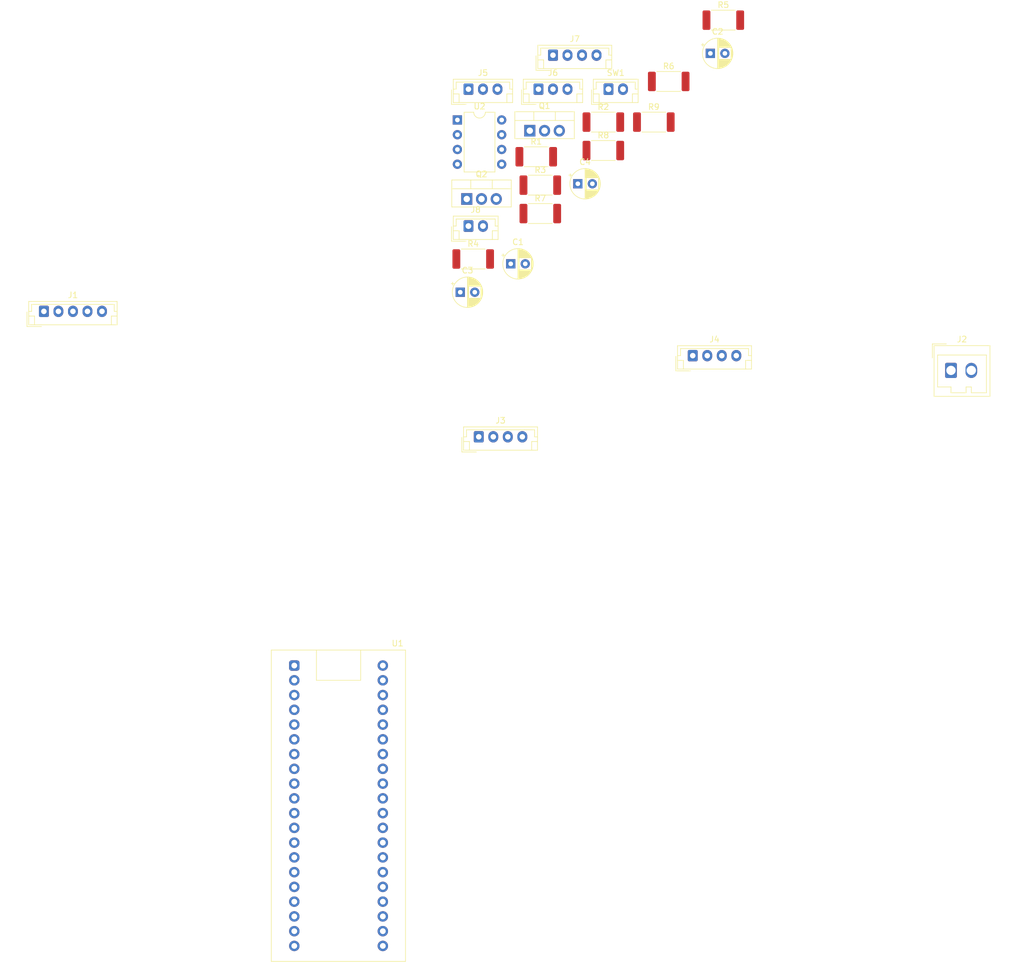
<source format=kicad_pcb>
(kicad_pcb (version 20171130) (host pcbnew "(5.1.4)-1")

  (general
    (thickness 1.6)
    (drawings 0)
    (tracks 0)
    (zones 0)
    (modules 26)
    (nets 28)
  )

  (page A4)
  (layers
    (0 F.Cu signal)
    (31 B.Cu signal)
    (32 B.Adhes user)
    (33 F.Adhes user)
    (34 B.Paste user)
    (35 F.Paste user)
    (36 B.SilkS user)
    (37 F.SilkS user)
    (38 B.Mask user)
    (39 F.Mask user)
    (40 Dwgs.User user)
    (41 Cmts.User user)
    (42 Eco1.User user)
    (43 Eco2.User user)
    (44 Edge.Cuts user)
    (45 Margin user)
    (46 B.CrtYd user)
    (47 F.CrtYd user)
    (48 B.Fab user)
    (49 F.Fab user)
  )

  (setup
    (last_trace_width 0.25)
    (trace_clearance 0.2)
    (zone_clearance 0.508)
    (zone_45_only no)
    (trace_min 0.2)
    (via_size 0.8)
    (via_drill 0.4)
    (via_min_size 0.4)
    (via_min_drill 0.3)
    (uvia_size 0.3)
    (uvia_drill 0.1)
    (uvias_allowed no)
    (uvia_min_size 0.2)
    (uvia_min_drill 0.1)
    (edge_width 0.1)
    (segment_width 0.2)
    (pcb_text_width 0.3)
    (pcb_text_size 1.5 1.5)
    (mod_edge_width 0.15)
    (mod_text_size 1 1)
    (mod_text_width 0.15)
    (pad_size 1.8 1.8)
    (pad_drill 1)
    (pad_to_mask_clearance 0)
    (aux_axis_origin 0 0)
    (visible_elements FFFFFF7F)
    (pcbplotparams
      (layerselection 0x010fc_ffffffff)
      (usegerberextensions false)
      (usegerberattributes false)
      (usegerberadvancedattributes false)
      (creategerberjobfile false)
      (excludeedgelayer true)
      (linewidth 0.100000)
      (plotframeref false)
      (viasonmask false)
      (mode 1)
      (useauxorigin false)
      (hpglpennumber 1)
      (hpglpenspeed 20)
      (hpglpendiameter 15.000000)
      (psnegative false)
      (psa4output false)
      (plotreference true)
      (plotvalue true)
      (plotinvisibletext false)
      (padsonsilk false)
      (subtractmaskfromsilk false)
      (outputformat 1)
      (mirror false)
      (drillshape 1)
      (scaleselection 1)
      (outputdirectory ""))
  )

  (net 0 "")
  (net 1 -BATT)
  (net 2 "Net-(C1-Pad1)")
  (net 3 "Net-(C2-Pad1)")
  (net 4 GND)
  (net 5 "Net-(C3-Pad1)")
  (net 6 "Net-(C4-Pad1)")
  (net 7 "Net-(J1-Pad1)")
  (net 8 +BATT)
  (net 9 "Net-(J1-Pad4)")
  (net 10 "Net-(J1-Pad5)")
  (net 11 "Net-(J3-Pad1)")
  (net 12 "Net-(J3-Pad3)")
  (net 13 "Net-(J3-Pad4)")
  (net 14 "Net-(J4-Pad4)")
  (net 15 "Net-(J4-Pad3)")
  (net 16 "Net-(J5-Pad3)")
  (net 17 "Net-(J5-Pad1)")
  (net 18 "Net-(J6-Pad2)")
  (net 19 "Net-(J8-Pad1)")
  (net 20 "Net-(J8-Pad2)")
  (net 21 "Net-(Q2-Pad3)")
  (net 22 "Net-(R1-Pad1)")
  (net 23 "Net-(U1-PadPA12)")
  (net 24 "Net-(U2-Pad5)")
  (net 25 "Net-(U1-PadPA11)")
  (net 26 "Net-(U2-Pad8)")
  (net 27 "Net-(U1-PadPC15)")

  (net_class Default "Dies ist die voreingestellte Netzklasse."
    (clearance 0.2)
    (trace_width 0.25)
    (via_dia 0.8)
    (via_drill 0.4)
    (uvia_dia 0.3)
    (uvia_drill 0.1)
    (add_net +BATT)
    (add_net -BATT)
    (add_net GND)
    (add_net "Net-(C1-Pad1)")
    (add_net "Net-(C2-Pad1)")
    (add_net "Net-(C3-Pad1)")
    (add_net "Net-(C4-Pad1)")
    (add_net "Net-(J1-Pad1)")
    (add_net "Net-(J1-Pad4)")
    (add_net "Net-(J1-Pad5)")
    (add_net "Net-(J3-Pad1)")
    (add_net "Net-(J3-Pad3)")
    (add_net "Net-(J3-Pad4)")
    (add_net "Net-(J4-Pad3)")
    (add_net "Net-(J4-Pad4)")
    (add_net "Net-(J5-Pad1)")
    (add_net "Net-(J5-Pad3)")
    (add_net "Net-(J6-Pad2)")
    (add_net "Net-(J8-Pad1)")
    (add_net "Net-(J8-Pad2)")
    (add_net "Net-(Q2-Pad3)")
    (add_net "Net-(R1-Pad1)")
    (add_net "Net-(U1-PadPA11)")
    (add_net "Net-(U1-PadPA12)")
    (add_net "Net-(U1-PadPC15)")
    (add_net "Net-(U2-Pad5)")
    (add_net "Net-(U2-Pad8)")
  )

  (module Module:BluePill (layer F.Cu) (tedit 5F80948C) (tstamp 5F80F0E0)
    (at 81.28 105.41)
    (descr "STM32F103-based development board")
    (tags "stm32 arm")
    (path /5F24837F)
    (fp_text reference U1 (at 17.78 -3.81) (layer F.SilkS)
      (effects (font (size 1 1) (thickness 0.15)))
    )
    (fp_text value BP (at -1.27 -3.81) (layer F.Fab)
      (effects (font (size 1 1) (thickness 0.15)))
    )
    (fp_line (start -3.96 -2.66) (end -3.96 50.92) (layer F.SilkS) (width 0.12))
    (fp_line (start 19.14 50.92) (end 19.14 -2.66) (layer F.SilkS) (width 0.12))
    (fp_line (start -3.96 50.92) (end 19.14 50.92) (layer F.SilkS) (width 0.12))
    (fp_line (start 19.14 -2.66) (end -3.96 -2.66) (layer F.SilkS) (width 0.12))
    (fp_text user %R (at 17.78 -3.81) (layer F.Fab)
      (effects (font (size 1 1) (thickness 0.15)))
    )
    (fp_line (start -4.09 -2.79) (end -4.09 51.05) (layer F.CrtYd) (width 0.05))
    (fp_line (start -4.09 51.05) (end 19.27 51.05) (layer F.CrtYd) (width 0.05))
    (fp_line (start 19.27 51.05) (end 19.27 -2.79) (layer F.CrtYd) (width 0.05))
    (fp_line (start 19.27 -2.79) (end -4.09 -2.79) (layer F.CrtYd) (width 0.05))
    (fp_line (start 3.81 2.54) (end 3.81 -2.66) (layer F.SilkS) (width 0.12))
    (fp_line (start 11.43 2.54) (end 3.81 2.54) (layer F.SilkS) (width 0.12))
    (fp_line (start 11.43 -2.66) (end 11.43 2.54) (layer F.SilkS) (width 0.12))
    (fp_line (start 19.02 50.8) (end 19.02 -2.54) (layer F.Fab) (width 0.1))
    (fp_line (start -3.84 50.8) (end 19.02 50.8) (layer F.Fab) (width 0.1))
    (fp_line (start -3.84 -2.54) (end -3.84 50.8) (layer F.Fab) (width 0.1))
    (fp_line (start 19.02 -2.54) (end -3.84 -2.54) (layer F.Fab) (width 0.1))
    (pad 40 thru_hole circle (at 15.24 0 270) (size 1.8 1.8) (drill 1) (layers *.Cu *.Mask))
    (pad 39 thru_hole circle (at 15.24 2.54 270) (size 1.8 1.8) (drill 1) (layers *.Cu *.Mask))
    (pad 38 thru_hole circle (at 15.24 5.08 270) (size 1.8 1.8) (drill 1) (layers *.Cu *.Mask))
    (pad 37 thru_hole circle (at 15.24 7.62 270) (size 1.8 1.8) (drill 1) (layers *.Cu *.Mask))
    (pad 36 thru_hole circle (at 15.24 10.16 270) (size 1.8 1.8) (drill 1) (layers *.Cu *.Mask))
    (pad 35 thru_hole circle (at 15.24 12.7 270) (size 1.8 1.8) (drill 1) (layers *.Cu *.Mask))
    (pad 34 thru_hole circle (at 15.24 15.24 270) (size 1.8 1.8) (drill 1) (layers *.Cu *.Mask))
    (pad 33 thru_hole circle (at 15.24 17.78 270) (size 1.8 1.8) (drill 1) (layers *.Cu *.Mask))
    (pad 32 thru_hole circle (at 15.24 20.32 270) (size 1.8 1.8) (drill 1) (layers *.Cu *.Mask))
    (pad 31 thru_hole circle (at 15.24 22.86 270) (size 1.8 1.8) (drill 1) (layers *.Cu *.Mask))
    (pad 30 thru_hole circle (at 15.24 25.4 270) (size 1.8 1.8) (drill 1) (layers *.Cu *.Mask))
    (pad 29 thru_hole circle (at 15.24 27.94 270) (size 1.8 1.8) (drill 1) (layers *.Cu *.Mask))
    (pad 28 thru_hole circle (at 15.24 30.48 270) (size 1.8 1.8) (drill 1) (layers *.Cu *.Mask))
    (pad 27 thru_hole circle (at 15.24 33.02 270) (size 1.8 1.8) (drill 1) (layers *.Cu *.Mask))
    (pad 26 thru_hole circle (at 15.24 35.56 270) (size 1.8 1.8) (drill 1) (layers *.Cu *.Mask))
    (pad 25 thru_hole circle (at 15.24 38.1 270) (size 1.8 1.8) (drill 1) (layers *.Cu *.Mask))
    (pad 24 thru_hole circle (at 15.24 40.64 270) (size 1.8 1.8) (drill 1) (layers *.Cu *.Mask))
    (pad 23 thru_hole circle (at 15.24 43.18 270) (size 1.8 1.8) (drill 1) (layers *.Cu *.Mask))
    (pad 22 thru_hole circle (at 15.24 45.72 270) (size 1.8 1.8) (drill 1) (layers *.Cu *.Mask))
    (pad 21 thru_hole circle (at 15.24 48.26 270) (size 1.8 1.8) (drill 1) (layers *.Cu *.Mask))
    (pad 20 thru_hole circle (at 0 48.26 270) (size 1.8 1.8) (drill 1) (layers *.Cu *.Mask))
    (pad 19 thru_hole circle (at 0 45.72 270) (size 1.8 1.8) (drill 1) (layers *.Cu *.Mask))
    (pad 18 thru_hole circle (at 0 43.18 270) (size 1.8 1.8) (drill 1) (layers *.Cu *.Mask))
    (pad 17 thru_hole circle (at 0 40.64 270) (size 1.8 1.8) (drill 1) (layers *.Cu *.Mask))
    (pad 16 thru_hole circle (at 0 38.1 270) (size 1.8 1.8) (drill 1) (layers *.Cu *.Mask))
    (pad 15 thru_hole circle (at 0 35.56 270) (size 1.8 1.8) (drill 1) (layers *.Cu *.Mask))
    (pad 14 thru_hole circle (at 0 33.02 270) (size 1.8 1.8) (drill 1) (layers *.Cu *.Mask))
    (pad 13 thru_hole circle (at 0 30.48 270) (size 1.8 1.8) (drill 1) (layers *.Cu *.Mask))
    (pad 12 thru_hole circle (at 0 27.94 270) (size 1.8 1.8) (drill 1) (layers *.Cu *.Mask))
    (pad 11 thru_hole circle (at 0 25.4 270) (size 1.8 1.8) (drill 1) (layers *.Cu *.Mask))
    (pad 10 thru_hole circle (at 0 22.86 270) (size 1.8 1.8) (drill 1) (layers *.Cu *.Mask))
    (pad 9 thru_hole circle (at 0 20.32 270) (size 1.8 1.8) (drill 1) (layers *.Cu *.Mask))
    (pad 8 thru_hole circle (at 0 17.78 270) (size 1.8 1.8) (drill 1) (layers *.Cu *.Mask))
    (pad 7 thru_hole circle (at 0 15.24 270) (size 1.8 1.8) (drill 1) (layers *.Cu *.Mask))
    (pad 6 thru_hole circle (at 0 12.7 270) (size 1.8 1.8) (drill 1) (layers *.Cu *.Mask))
    (pad 5 thru_hole circle (at 0 10.16 270) (size 1.8 1.8) (drill 1) (layers *.Cu *.Mask))
    (pad 4 thru_hole circle (at 0 7.62 270) (size 1.8 1.8) (drill 1) (layers *.Cu *.Mask))
    (pad PC15 thru_hole circle (at 0 5.08 270) (size 1.8 1.8) (drill 1) (layers *.Cu *.Mask))
    (pad PC14 thru_hole circle (at 0 2.54 270) (size 1.8 1.8) (drill 1) (layers *.Cu *.Mask)
      (net 27 "Net-(U1-PadPC15)"))
    (pad Vbat thru_hole roundrect (at 0 0 270) (size 1.8 1.8) (drill 1) (layers *.Cu *.Mask) (roundrect_rratio 0.25))
    (model ${KISYS3DMOD}/Module.3dshapes/BluePill.wrl
      (at (xyz 0 0 0))
      (scale (xyz 1 1 1))
      (rotate (xyz 0 0 0))
    )
  )

  (module Capacitor_THT:CP_Radial_D5.0mm_P2.50mm (layer F.Cu) (tedit 5AE50EF0) (tstamp 5F80ED1F)
    (at 118.534776 36.265001)
    (descr "CP, Radial series, Radial, pin pitch=2.50mm, , diameter=5mm, Electrolytic Capacitor")
    (tags "CP Radial series Radial pin pitch 2.50mm  diameter 5mm Electrolytic Capacitor")
    (path /5F441C4F)
    (fp_text reference C1 (at 1.25 -3.75) (layer F.SilkS)
      (effects (font (size 1 1) (thickness 0.15)))
    )
    (fp_text value 47µ (at 1.25 3.75) (layer F.Fab)
      (effects (font (size 1 1) (thickness 0.15)))
    )
    (fp_text user %R (at 1.25 0) (layer F.Fab)
      (effects (font (size 1 1) (thickness 0.15)))
    )
    (fp_line (start -1.304775 -1.725) (end -1.304775 -1.225) (layer F.SilkS) (width 0.12))
    (fp_line (start -1.554775 -1.475) (end -1.054775 -1.475) (layer F.SilkS) (width 0.12))
    (fp_line (start 3.851 -0.284) (end 3.851 0.284) (layer F.SilkS) (width 0.12))
    (fp_line (start 3.811 -0.518) (end 3.811 0.518) (layer F.SilkS) (width 0.12))
    (fp_line (start 3.771 -0.677) (end 3.771 0.677) (layer F.SilkS) (width 0.12))
    (fp_line (start 3.731 -0.805) (end 3.731 0.805) (layer F.SilkS) (width 0.12))
    (fp_line (start 3.691 -0.915) (end 3.691 0.915) (layer F.SilkS) (width 0.12))
    (fp_line (start 3.651 -1.011) (end 3.651 1.011) (layer F.SilkS) (width 0.12))
    (fp_line (start 3.611 -1.098) (end 3.611 1.098) (layer F.SilkS) (width 0.12))
    (fp_line (start 3.571 -1.178) (end 3.571 1.178) (layer F.SilkS) (width 0.12))
    (fp_line (start 3.531 1.04) (end 3.531 1.251) (layer F.SilkS) (width 0.12))
    (fp_line (start 3.531 -1.251) (end 3.531 -1.04) (layer F.SilkS) (width 0.12))
    (fp_line (start 3.491 1.04) (end 3.491 1.319) (layer F.SilkS) (width 0.12))
    (fp_line (start 3.491 -1.319) (end 3.491 -1.04) (layer F.SilkS) (width 0.12))
    (fp_line (start 3.451 1.04) (end 3.451 1.383) (layer F.SilkS) (width 0.12))
    (fp_line (start 3.451 -1.383) (end 3.451 -1.04) (layer F.SilkS) (width 0.12))
    (fp_line (start 3.411 1.04) (end 3.411 1.443) (layer F.SilkS) (width 0.12))
    (fp_line (start 3.411 -1.443) (end 3.411 -1.04) (layer F.SilkS) (width 0.12))
    (fp_line (start 3.371 1.04) (end 3.371 1.5) (layer F.SilkS) (width 0.12))
    (fp_line (start 3.371 -1.5) (end 3.371 -1.04) (layer F.SilkS) (width 0.12))
    (fp_line (start 3.331 1.04) (end 3.331 1.554) (layer F.SilkS) (width 0.12))
    (fp_line (start 3.331 -1.554) (end 3.331 -1.04) (layer F.SilkS) (width 0.12))
    (fp_line (start 3.291 1.04) (end 3.291 1.605) (layer F.SilkS) (width 0.12))
    (fp_line (start 3.291 -1.605) (end 3.291 -1.04) (layer F.SilkS) (width 0.12))
    (fp_line (start 3.251 1.04) (end 3.251 1.653) (layer F.SilkS) (width 0.12))
    (fp_line (start 3.251 -1.653) (end 3.251 -1.04) (layer F.SilkS) (width 0.12))
    (fp_line (start 3.211 1.04) (end 3.211 1.699) (layer F.SilkS) (width 0.12))
    (fp_line (start 3.211 -1.699) (end 3.211 -1.04) (layer F.SilkS) (width 0.12))
    (fp_line (start 3.171 1.04) (end 3.171 1.743) (layer F.SilkS) (width 0.12))
    (fp_line (start 3.171 -1.743) (end 3.171 -1.04) (layer F.SilkS) (width 0.12))
    (fp_line (start 3.131 1.04) (end 3.131 1.785) (layer F.SilkS) (width 0.12))
    (fp_line (start 3.131 -1.785) (end 3.131 -1.04) (layer F.SilkS) (width 0.12))
    (fp_line (start 3.091 1.04) (end 3.091 1.826) (layer F.SilkS) (width 0.12))
    (fp_line (start 3.091 -1.826) (end 3.091 -1.04) (layer F.SilkS) (width 0.12))
    (fp_line (start 3.051 1.04) (end 3.051 1.864) (layer F.SilkS) (width 0.12))
    (fp_line (start 3.051 -1.864) (end 3.051 -1.04) (layer F.SilkS) (width 0.12))
    (fp_line (start 3.011 1.04) (end 3.011 1.901) (layer F.SilkS) (width 0.12))
    (fp_line (start 3.011 -1.901) (end 3.011 -1.04) (layer F.SilkS) (width 0.12))
    (fp_line (start 2.971 1.04) (end 2.971 1.937) (layer F.SilkS) (width 0.12))
    (fp_line (start 2.971 -1.937) (end 2.971 -1.04) (layer F.SilkS) (width 0.12))
    (fp_line (start 2.931 1.04) (end 2.931 1.971) (layer F.SilkS) (width 0.12))
    (fp_line (start 2.931 -1.971) (end 2.931 -1.04) (layer F.SilkS) (width 0.12))
    (fp_line (start 2.891 1.04) (end 2.891 2.004) (layer F.SilkS) (width 0.12))
    (fp_line (start 2.891 -2.004) (end 2.891 -1.04) (layer F.SilkS) (width 0.12))
    (fp_line (start 2.851 1.04) (end 2.851 2.035) (layer F.SilkS) (width 0.12))
    (fp_line (start 2.851 -2.035) (end 2.851 -1.04) (layer F.SilkS) (width 0.12))
    (fp_line (start 2.811 1.04) (end 2.811 2.065) (layer F.SilkS) (width 0.12))
    (fp_line (start 2.811 -2.065) (end 2.811 -1.04) (layer F.SilkS) (width 0.12))
    (fp_line (start 2.771 1.04) (end 2.771 2.095) (layer F.SilkS) (width 0.12))
    (fp_line (start 2.771 -2.095) (end 2.771 -1.04) (layer F.SilkS) (width 0.12))
    (fp_line (start 2.731 1.04) (end 2.731 2.122) (layer F.SilkS) (width 0.12))
    (fp_line (start 2.731 -2.122) (end 2.731 -1.04) (layer F.SilkS) (width 0.12))
    (fp_line (start 2.691 1.04) (end 2.691 2.149) (layer F.SilkS) (width 0.12))
    (fp_line (start 2.691 -2.149) (end 2.691 -1.04) (layer F.SilkS) (width 0.12))
    (fp_line (start 2.651 1.04) (end 2.651 2.175) (layer F.SilkS) (width 0.12))
    (fp_line (start 2.651 -2.175) (end 2.651 -1.04) (layer F.SilkS) (width 0.12))
    (fp_line (start 2.611 1.04) (end 2.611 2.2) (layer F.SilkS) (width 0.12))
    (fp_line (start 2.611 -2.2) (end 2.611 -1.04) (layer F.SilkS) (width 0.12))
    (fp_line (start 2.571 1.04) (end 2.571 2.224) (layer F.SilkS) (width 0.12))
    (fp_line (start 2.571 -2.224) (end 2.571 -1.04) (layer F.SilkS) (width 0.12))
    (fp_line (start 2.531 1.04) (end 2.531 2.247) (layer F.SilkS) (width 0.12))
    (fp_line (start 2.531 -2.247) (end 2.531 -1.04) (layer F.SilkS) (width 0.12))
    (fp_line (start 2.491 1.04) (end 2.491 2.268) (layer F.SilkS) (width 0.12))
    (fp_line (start 2.491 -2.268) (end 2.491 -1.04) (layer F.SilkS) (width 0.12))
    (fp_line (start 2.451 1.04) (end 2.451 2.29) (layer F.SilkS) (width 0.12))
    (fp_line (start 2.451 -2.29) (end 2.451 -1.04) (layer F.SilkS) (width 0.12))
    (fp_line (start 2.411 1.04) (end 2.411 2.31) (layer F.SilkS) (width 0.12))
    (fp_line (start 2.411 -2.31) (end 2.411 -1.04) (layer F.SilkS) (width 0.12))
    (fp_line (start 2.371 1.04) (end 2.371 2.329) (layer F.SilkS) (width 0.12))
    (fp_line (start 2.371 -2.329) (end 2.371 -1.04) (layer F.SilkS) (width 0.12))
    (fp_line (start 2.331 1.04) (end 2.331 2.348) (layer F.SilkS) (width 0.12))
    (fp_line (start 2.331 -2.348) (end 2.331 -1.04) (layer F.SilkS) (width 0.12))
    (fp_line (start 2.291 1.04) (end 2.291 2.365) (layer F.SilkS) (width 0.12))
    (fp_line (start 2.291 -2.365) (end 2.291 -1.04) (layer F.SilkS) (width 0.12))
    (fp_line (start 2.251 1.04) (end 2.251 2.382) (layer F.SilkS) (width 0.12))
    (fp_line (start 2.251 -2.382) (end 2.251 -1.04) (layer F.SilkS) (width 0.12))
    (fp_line (start 2.211 1.04) (end 2.211 2.398) (layer F.SilkS) (width 0.12))
    (fp_line (start 2.211 -2.398) (end 2.211 -1.04) (layer F.SilkS) (width 0.12))
    (fp_line (start 2.171 1.04) (end 2.171 2.414) (layer F.SilkS) (width 0.12))
    (fp_line (start 2.171 -2.414) (end 2.171 -1.04) (layer F.SilkS) (width 0.12))
    (fp_line (start 2.131 1.04) (end 2.131 2.428) (layer F.SilkS) (width 0.12))
    (fp_line (start 2.131 -2.428) (end 2.131 -1.04) (layer F.SilkS) (width 0.12))
    (fp_line (start 2.091 1.04) (end 2.091 2.442) (layer F.SilkS) (width 0.12))
    (fp_line (start 2.091 -2.442) (end 2.091 -1.04) (layer F.SilkS) (width 0.12))
    (fp_line (start 2.051 1.04) (end 2.051 2.455) (layer F.SilkS) (width 0.12))
    (fp_line (start 2.051 -2.455) (end 2.051 -1.04) (layer F.SilkS) (width 0.12))
    (fp_line (start 2.011 1.04) (end 2.011 2.468) (layer F.SilkS) (width 0.12))
    (fp_line (start 2.011 -2.468) (end 2.011 -1.04) (layer F.SilkS) (width 0.12))
    (fp_line (start 1.971 1.04) (end 1.971 2.48) (layer F.SilkS) (width 0.12))
    (fp_line (start 1.971 -2.48) (end 1.971 -1.04) (layer F.SilkS) (width 0.12))
    (fp_line (start 1.93 1.04) (end 1.93 2.491) (layer F.SilkS) (width 0.12))
    (fp_line (start 1.93 -2.491) (end 1.93 -1.04) (layer F.SilkS) (width 0.12))
    (fp_line (start 1.89 1.04) (end 1.89 2.501) (layer F.SilkS) (width 0.12))
    (fp_line (start 1.89 -2.501) (end 1.89 -1.04) (layer F.SilkS) (width 0.12))
    (fp_line (start 1.85 1.04) (end 1.85 2.511) (layer F.SilkS) (width 0.12))
    (fp_line (start 1.85 -2.511) (end 1.85 -1.04) (layer F.SilkS) (width 0.12))
    (fp_line (start 1.81 1.04) (end 1.81 2.52) (layer F.SilkS) (width 0.12))
    (fp_line (start 1.81 -2.52) (end 1.81 -1.04) (layer F.SilkS) (width 0.12))
    (fp_line (start 1.77 1.04) (end 1.77 2.528) (layer F.SilkS) (width 0.12))
    (fp_line (start 1.77 -2.528) (end 1.77 -1.04) (layer F.SilkS) (width 0.12))
    (fp_line (start 1.73 1.04) (end 1.73 2.536) (layer F.SilkS) (width 0.12))
    (fp_line (start 1.73 -2.536) (end 1.73 -1.04) (layer F.SilkS) (width 0.12))
    (fp_line (start 1.69 1.04) (end 1.69 2.543) (layer F.SilkS) (width 0.12))
    (fp_line (start 1.69 -2.543) (end 1.69 -1.04) (layer F.SilkS) (width 0.12))
    (fp_line (start 1.65 1.04) (end 1.65 2.55) (layer F.SilkS) (width 0.12))
    (fp_line (start 1.65 -2.55) (end 1.65 -1.04) (layer F.SilkS) (width 0.12))
    (fp_line (start 1.61 1.04) (end 1.61 2.556) (layer F.SilkS) (width 0.12))
    (fp_line (start 1.61 -2.556) (end 1.61 -1.04) (layer F.SilkS) (width 0.12))
    (fp_line (start 1.57 1.04) (end 1.57 2.561) (layer F.SilkS) (width 0.12))
    (fp_line (start 1.57 -2.561) (end 1.57 -1.04) (layer F.SilkS) (width 0.12))
    (fp_line (start 1.53 1.04) (end 1.53 2.565) (layer F.SilkS) (width 0.12))
    (fp_line (start 1.53 -2.565) (end 1.53 -1.04) (layer F.SilkS) (width 0.12))
    (fp_line (start 1.49 1.04) (end 1.49 2.569) (layer F.SilkS) (width 0.12))
    (fp_line (start 1.49 -2.569) (end 1.49 -1.04) (layer F.SilkS) (width 0.12))
    (fp_line (start 1.45 -2.573) (end 1.45 2.573) (layer F.SilkS) (width 0.12))
    (fp_line (start 1.41 -2.576) (end 1.41 2.576) (layer F.SilkS) (width 0.12))
    (fp_line (start 1.37 -2.578) (end 1.37 2.578) (layer F.SilkS) (width 0.12))
    (fp_line (start 1.33 -2.579) (end 1.33 2.579) (layer F.SilkS) (width 0.12))
    (fp_line (start 1.29 -2.58) (end 1.29 2.58) (layer F.SilkS) (width 0.12))
    (fp_line (start 1.25 -2.58) (end 1.25 2.58) (layer F.SilkS) (width 0.12))
    (fp_line (start -0.633605 -1.3375) (end -0.633605 -0.8375) (layer F.Fab) (width 0.1))
    (fp_line (start -0.883605 -1.0875) (end -0.383605 -1.0875) (layer F.Fab) (width 0.1))
    (fp_circle (center 1.25 0) (end 4 0) (layer F.CrtYd) (width 0.05))
    (fp_circle (center 1.25 0) (end 3.87 0) (layer F.SilkS) (width 0.12))
    (fp_circle (center 1.25 0) (end 3.75 0) (layer F.Fab) (width 0.1))
    (pad 2 thru_hole circle (at 2.5 0) (size 1.6 1.6) (drill 0.8) (layers *.Cu *.Mask)
      (net 1 -BATT))
    (pad 1 thru_hole rect (at 0 0) (size 1.6 1.6) (drill 0.8) (layers *.Cu *.Mask)
      (net 2 "Net-(C1-Pad1)"))
    (model ${KISYS3DMOD}/Capacitor_THT.3dshapes/CP_Radial_D5.0mm_P2.50mm.wrl
      (at (xyz 0 0 0))
      (scale (xyz 1 1 1))
      (rotate (xyz 0 0 0))
    )
  )

  (module Capacitor_THT:CP_Radial_D5.0mm_P2.50mm (layer F.Cu) (tedit 5AE50EF0) (tstamp 5F80EDA3)
    (at 152.894776 0.045001)
    (descr "CP, Radial series, Radial, pin pitch=2.50mm, , diameter=5mm, Electrolytic Capacitor")
    (tags "CP Radial series Radial pin pitch 2.50mm  diameter 5mm Electrolytic Capacitor")
    (path /5F23E40C)
    (fp_text reference C2 (at 1.25 -3.75) (layer F.SilkS)
      (effects (font (size 1 1) (thickness 0.15)))
    )
    (fp_text value 47µ (at 1.25 3.75) (layer F.Fab)
      (effects (font (size 1 1) (thickness 0.15)))
    )
    (fp_circle (center 1.25 0) (end 3.75 0) (layer F.Fab) (width 0.1))
    (fp_circle (center 1.25 0) (end 3.87 0) (layer F.SilkS) (width 0.12))
    (fp_circle (center 1.25 0) (end 4 0) (layer F.CrtYd) (width 0.05))
    (fp_line (start -0.883605 -1.0875) (end -0.383605 -1.0875) (layer F.Fab) (width 0.1))
    (fp_line (start -0.633605 -1.3375) (end -0.633605 -0.8375) (layer F.Fab) (width 0.1))
    (fp_line (start 1.25 -2.58) (end 1.25 2.58) (layer F.SilkS) (width 0.12))
    (fp_line (start 1.29 -2.58) (end 1.29 2.58) (layer F.SilkS) (width 0.12))
    (fp_line (start 1.33 -2.579) (end 1.33 2.579) (layer F.SilkS) (width 0.12))
    (fp_line (start 1.37 -2.578) (end 1.37 2.578) (layer F.SilkS) (width 0.12))
    (fp_line (start 1.41 -2.576) (end 1.41 2.576) (layer F.SilkS) (width 0.12))
    (fp_line (start 1.45 -2.573) (end 1.45 2.573) (layer F.SilkS) (width 0.12))
    (fp_line (start 1.49 -2.569) (end 1.49 -1.04) (layer F.SilkS) (width 0.12))
    (fp_line (start 1.49 1.04) (end 1.49 2.569) (layer F.SilkS) (width 0.12))
    (fp_line (start 1.53 -2.565) (end 1.53 -1.04) (layer F.SilkS) (width 0.12))
    (fp_line (start 1.53 1.04) (end 1.53 2.565) (layer F.SilkS) (width 0.12))
    (fp_line (start 1.57 -2.561) (end 1.57 -1.04) (layer F.SilkS) (width 0.12))
    (fp_line (start 1.57 1.04) (end 1.57 2.561) (layer F.SilkS) (width 0.12))
    (fp_line (start 1.61 -2.556) (end 1.61 -1.04) (layer F.SilkS) (width 0.12))
    (fp_line (start 1.61 1.04) (end 1.61 2.556) (layer F.SilkS) (width 0.12))
    (fp_line (start 1.65 -2.55) (end 1.65 -1.04) (layer F.SilkS) (width 0.12))
    (fp_line (start 1.65 1.04) (end 1.65 2.55) (layer F.SilkS) (width 0.12))
    (fp_line (start 1.69 -2.543) (end 1.69 -1.04) (layer F.SilkS) (width 0.12))
    (fp_line (start 1.69 1.04) (end 1.69 2.543) (layer F.SilkS) (width 0.12))
    (fp_line (start 1.73 -2.536) (end 1.73 -1.04) (layer F.SilkS) (width 0.12))
    (fp_line (start 1.73 1.04) (end 1.73 2.536) (layer F.SilkS) (width 0.12))
    (fp_line (start 1.77 -2.528) (end 1.77 -1.04) (layer F.SilkS) (width 0.12))
    (fp_line (start 1.77 1.04) (end 1.77 2.528) (layer F.SilkS) (width 0.12))
    (fp_line (start 1.81 -2.52) (end 1.81 -1.04) (layer F.SilkS) (width 0.12))
    (fp_line (start 1.81 1.04) (end 1.81 2.52) (layer F.SilkS) (width 0.12))
    (fp_line (start 1.85 -2.511) (end 1.85 -1.04) (layer F.SilkS) (width 0.12))
    (fp_line (start 1.85 1.04) (end 1.85 2.511) (layer F.SilkS) (width 0.12))
    (fp_line (start 1.89 -2.501) (end 1.89 -1.04) (layer F.SilkS) (width 0.12))
    (fp_line (start 1.89 1.04) (end 1.89 2.501) (layer F.SilkS) (width 0.12))
    (fp_line (start 1.93 -2.491) (end 1.93 -1.04) (layer F.SilkS) (width 0.12))
    (fp_line (start 1.93 1.04) (end 1.93 2.491) (layer F.SilkS) (width 0.12))
    (fp_line (start 1.971 -2.48) (end 1.971 -1.04) (layer F.SilkS) (width 0.12))
    (fp_line (start 1.971 1.04) (end 1.971 2.48) (layer F.SilkS) (width 0.12))
    (fp_line (start 2.011 -2.468) (end 2.011 -1.04) (layer F.SilkS) (width 0.12))
    (fp_line (start 2.011 1.04) (end 2.011 2.468) (layer F.SilkS) (width 0.12))
    (fp_line (start 2.051 -2.455) (end 2.051 -1.04) (layer F.SilkS) (width 0.12))
    (fp_line (start 2.051 1.04) (end 2.051 2.455) (layer F.SilkS) (width 0.12))
    (fp_line (start 2.091 -2.442) (end 2.091 -1.04) (layer F.SilkS) (width 0.12))
    (fp_line (start 2.091 1.04) (end 2.091 2.442) (layer F.SilkS) (width 0.12))
    (fp_line (start 2.131 -2.428) (end 2.131 -1.04) (layer F.SilkS) (width 0.12))
    (fp_line (start 2.131 1.04) (end 2.131 2.428) (layer F.SilkS) (width 0.12))
    (fp_line (start 2.171 -2.414) (end 2.171 -1.04) (layer F.SilkS) (width 0.12))
    (fp_line (start 2.171 1.04) (end 2.171 2.414) (layer F.SilkS) (width 0.12))
    (fp_line (start 2.211 -2.398) (end 2.211 -1.04) (layer F.SilkS) (width 0.12))
    (fp_line (start 2.211 1.04) (end 2.211 2.398) (layer F.SilkS) (width 0.12))
    (fp_line (start 2.251 -2.382) (end 2.251 -1.04) (layer F.SilkS) (width 0.12))
    (fp_line (start 2.251 1.04) (end 2.251 2.382) (layer F.SilkS) (width 0.12))
    (fp_line (start 2.291 -2.365) (end 2.291 -1.04) (layer F.SilkS) (width 0.12))
    (fp_line (start 2.291 1.04) (end 2.291 2.365) (layer F.SilkS) (width 0.12))
    (fp_line (start 2.331 -2.348) (end 2.331 -1.04) (layer F.SilkS) (width 0.12))
    (fp_line (start 2.331 1.04) (end 2.331 2.348) (layer F.SilkS) (width 0.12))
    (fp_line (start 2.371 -2.329) (end 2.371 -1.04) (layer F.SilkS) (width 0.12))
    (fp_line (start 2.371 1.04) (end 2.371 2.329) (layer F.SilkS) (width 0.12))
    (fp_line (start 2.411 -2.31) (end 2.411 -1.04) (layer F.SilkS) (width 0.12))
    (fp_line (start 2.411 1.04) (end 2.411 2.31) (layer F.SilkS) (width 0.12))
    (fp_line (start 2.451 -2.29) (end 2.451 -1.04) (layer F.SilkS) (width 0.12))
    (fp_line (start 2.451 1.04) (end 2.451 2.29) (layer F.SilkS) (width 0.12))
    (fp_line (start 2.491 -2.268) (end 2.491 -1.04) (layer F.SilkS) (width 0.12))
    (fp_line (start 2.491 1.04) (end 2.491 2.268) (layer F.SilkS) (width 0.12))
    (fp_line (start 2.531 -2.247) (end 2.531 -1.04) (layer F.SilkS) (width 0.12))
    (fp_line (start 2.531 1.04) (end 2.531 2.247) (layer F.SilkS) (width 0.12))
    (fp_line (start 2.571 -2.224) (end 2.571 -1.04) (layer F.SilkS) (width 0.12))
    (fp_line (start 2.571 1.04) (end 2.571 2.224) (layer F.SilkS) (width 0.12))
    (fp_line (start 2.611 -2.2) (end 2.611 -1.04) (layer F.SilkS) (width 0.12))
    (fp_line (start 2.611 1.04) (end 2.611 2.2) (layer F.SilkS) (width 0.12))
    (fp_line (start 2.651 -2.175) (end 2.651 -1.04) (layer F.SilkS) (width 0.12))
    (fp_line (start 2.651 1.04) (end 2.651 2.175) (layer F.SilkS) (width 0.12))
    (fp_line (start 2.691 -2.149) (end 2.691 -1.04) (layer F.SilkS) (width 0.12))
    (fp_line (start 2.691 1.04) (end 2.691 2.149) (layer F.SilkS) (width 0.12))
    (fp_line (start 2.731 -2.122) (end 2.731 -1.04) (layer F.SilkS) (width 0.12))
    (fp_line (start 2.731 1.04) (end 2.731 2.122) (layer F.SilkS) (width 0.12))
    (fp_line (start 2.771 -2.095) (end 2.771 -1.04) (layer F.SilkS) (width 0.12))
    (fp_line (start 2.771 1.04) (end 2.771 2.095) (layer F.SilkS) (width 0.12))
    (fp_line (start 2.811 -2.065) (end 2.811 -1.04) (layer F.SilkS) (width 0.12))
    (fp_line (start 2.811 1.04) (end 2.811 2.065) (layer F.SilkS) (width 0.12))
    (fp_line (start 2.851 -2.035) (end 2.851 -1.04) (layer F.SilkS) (width 0.12))
    (fp_line (start 2.851 1.04) (end 2.851 2.035) (layer F.SilkS) (width 0.12))
    (fp_line (start 2.891 -2.004) (end 2.891 -1.04) (layer F.SilkS) (width 0.12))
    (fp_line (start 2.891 1.04) (end 2.891 2.004) (layer F.SilkS) (width 0.12))
    (fp_line (start 2.931 -1.971) (end 2.931 -1.04) (layer F.SilkS) (width 0.12))
    (fp_line (start 2.931 1.04) (end 2.931 1.971) (layer F.SilkS) (width 0.12))
    (fp_line (start 2.971 -1.937) (end 2.971 -1.04) (layer F.SilkS) (width 0.12))
    (fp_line (start 2.971 1.04) (end 2.971 1.937) (layer F.SilkS) (width 0.12))
    (fp_line (start 3.011 -1.901) (end 3.011 -1.04) (layer F.SilkS) (width 0.12))
    (fp_line (start 3.011 1.04) (end 3.011 1.901) (layer F.SilkS) (width 0.12))
    (fp_line (start 3.051 -1.864) (end 3.051 -1.04) (layer F.SilkS) (width 0.12))
    (fp_line (start 3.051 1.04) (end 3.051 1.864) (layer F.SilkS) (width 0.12))
    (fp_line (start 3.091 -1.826) (end 3.091 -1.04) (layer F.SilkS) (width 0.12))
    (fp_line (start 3.091 1.04) (end 3.091 1.826) (layer F.SilkS) (width 0.12))
    (fp_line (start 3.131 -1.785) (end 3.131 -1.04) (layer F.SilkS) (width 0.12))
    (fp_line (start 3.131 1.04) (end 3.131 1.785) (layer F.SilkS) (width 0.12))
    (fp_line (start 3.171 -1.743) (end 3.171 -1.04) (layer F.SilkS) (width 0.12))
    (fp_line (start 3.171 1.04) (end 3.171 1.743) (layer F.SilkS) (width 0.12))
    (fp_line (start 3.211 -1.699) (end 3.211 -1.04) (layer F.SilkS) (width 0.12))
    (fp_line (start 3.211 1.04) (end 3.211 1.699) (layer F.SilkS) (width 0.12))
    (fp_line (start 3.251 -1.653) (end 3.251 -1.04) (layer F.SilkS) (width 0.12))
    (fp_line (start 3.251 1.04) (end 3.251 1.653) (layer F.SilkS) (width 0.12))
    (fp_line (start 3.291 -1.605) (end 3.291 -1.04) (layer F.SilkS) (width 0.12))
    (fp_line (start 3.291 1.04) (end 3.291 1.605) (layer F.SilkS) (width 0.12))
    (fp_line (start 3.331 -1.554) (end 3.331 -1.04) (layer F.SilkS) (width 0.12))
    (fp_line (start 3.331 1.04) (end 3.331 1.554) (layer F.SilkS) (width 0.12))
    (fp_line (start 3.371 -1.5) (end 3.371 -1.04) (layer F.SilkS) (width 0.12))
    (fp_line (start 3.371 1.04) (end 3.371 1.5) (layer F.SilkS) (width 0.12))
    (fp_line (start 3.411 -1.443) (end 3.411 -1.04) (layer F.SilkS) (width 0.12))
    (fp_line (start 3.411 1.04) (end 3.411 1.443) (layer F.SilkS) (width 0.12))
    (fp_line (start 3.451 -1.383) (end 3.451 -1.04) (layer F.SilkS) (width 0.12))
    (fp_line (start 3.451 1.04) (end 3.451 1.383) (layer F.SilkS) (width 0.12))
    (fp_line (start 3.491 -1.319) (end 3.491 -1.04) (layer F.SilkS) (width 0.12))
    (fp_line (start 3.491 1.04) (end 3.491 1.319) (layer F.SilkS) (width 0.12))
    (fp_line (start 3.531 -1.251) (end 3.531 -1.04) (layer F.SilkS) (width 0.12))
    (fp_line (start 3.531 1.04) (end 3.531 1.251) (layer F.SilkS) (width 0.12))
    (fp_line (start 3.571 -1.178) (end 3.571 1.178) (layer F.SilkS) (width 0.12))
    (fp_line (start 3.611 -1.098) (end 3.611 1.098) (layer F.SilkS) (width 0.12))
    (fp_line (start 3.651 -1.011) (end 3.651 1.011) (layer F.SilkS) (width 0.12))
    (fp_line (start 3.691 -0.915) (end 3.691 0.915) (layer F.SilkS) (width 0.12))
    (fp_line (start 3.731 -0.805) (end 3.731 0.805) (layer F.SilkS) (width 0.12))
    (fp_line (start 3.771 -0.677) (end 3.771 0.677) (layer F.SilkS) (width 0.12))
    (fp_line (start 3.811 -0.518) (end 3.811 0.518) (layer F.SilkS) (width 0.12))
    (fp_line (start 3.851 -0.284) (end 3.851 0.284) (layer F.SilkS) (width 0.12))
    (fp_line (start -1.554775 -1.475) (end -1.054775 -1.475) (layer F.SilkS) (width 0.12))
    (fp_line (start -1.304775 -1.725) (end -1.304775 -1.225) (layer F.SilkS) (width 0.12))
    (fp_text user %R (at 1.25 0) (layer F.Fab)
      (effects (font (size 1 1) (thickness 0.15)))
    )
    (pad 1 thru_hole rect (at 0 0) (size 1.6 1.6) (drill 0.8) (layers *.Cu *.Mask)
      (net 3 "Net-(C2-Pad1)"))
    (pad 2 thru_hole circle (at 2.5 0) (size 1.6 1.6) (drill 0.8) (layers *.Cu *.Mask)
      (net 4 GND))
    (model ${KISYS3DMOD}/Capacitor_THT.3dshapes/CP_Radial_D5.0mm_P2.50mm.wrl
      (at (xyz 0 0 0))
      (scale (xyz 1 1 1))
      (rotate (xyz 0 0 0))
    )
  )

  (module Capacitor_THT:CP_Radial_D5.0mm_P2.50mm (layer F.Cu) (tedit 5AE50EF0) (tstamp 5F80EE27)
    (at 109.844776 41.155001)
    (descr "CP, Radial series, Radial, pin pitch=2.50mm, , diameter=5mm, Electrolytic Capacitor")
    (tags "CP Radial series Radial pin pitch 2.50mm  diameter 5mm Electrolytic Capacitor")
    (path /5F2F7EDF)
    (fp_text reference C3 (at 1.25 -3.75) (layer F.SilkS)
      (effects (font (size 1 1) (thickness 0.15)))
    )
    (fp_text value 10µ (at 1.25 3.75) (layer F.Fab)
      (effects (font (size 1 1) (thickness 0.15)))
    )
    (fp_text user %R (at 1.25 0) (layer F.Fab)
      (effects (font (size 1 1) (thickness 0.15)))
    )
    (fp_line (start -1.304775 -1.725) (end -1.304775 -1.225) (layer F.SilkS) (width 0.12))
    (fp_line (start -1.554775 -1.475) (end -1.054775 -1.475) (layer F.SilkS) (width 0.12))
    (fp_line (start 3.851 -0.284) (end 3.851 0.284) (layer F.SilkS) (width 0.12))
    (fp_line (start 3.811 -0.518) (end 3.811 0.518) (layer F.SilkS) (width 0.12))
    (fp_line (start 3.771 -0.677) (end 3.771 0.677) (layer F.SilkS) (width 0.12))
    (fp_line (start 3.731 -0.805) (end 3.731 0.805) (layer F.SilkS) (width 0.12))
    (fp_line (start 3.691 -0.915) (end 3.691 0.915) (layer F.SilkS) (width 0.12))
    (fp_line (start 3.651 -1.011) (end 3.651 1.011) (layer F.SilkS) (width 0.12))
    (fp_line (start 3.611 -1.098) (end 3.611 1.098) (layer F.SilkS) (width 0.12))
    (fp_line (start 3.571 -1.178) (end 3.571 1.178) (layer F.SilkS) (width 0.12))
    (fp_line (start 3.531 1.04) (end 3.531 1.251) (layer F.SilkS) (width 0.12))
    (fp_line (start 3.531 -1.251) (end 3.531 -1.04) (layer F.SilkS) (width 0.12))
    (fp_line (start 3.491 1.04) (end 3.491 1.319) (layer F.SilkS) (width 0.12))
    (fp_line (start 3.491 -1.319) (end 3.491 -1.04) (layer F.SilkS) (width 0.12))
    (fp_line (start 3.451 1.04) (end 3.451 1.383) (layer F.SilkS) (width 0.12))
    (fp_line (start 3.451 -1.383) (end 3.451 -1.04) (layer F.SilkS) (width 0.12))
    (fp_line (start 3.411 1.04) (end 3.411 1.443) (layer F.SilkS) (width 0.12))
    (fp_line (start 3.411 -1.443) (end 3.411 -1.04) (layer F.SilkS) (width 0.12))
    (fp_line (start 3.371 1.04) (end 3.371 1.5) (layer F.SilkS) (width 0.12))
    (fp_line (start 3.371 -1.5) (end 3.371 -1.04) (layer F.SilkS) (width 0.12))
    (fp_line (start 3.331 1.04) (end 3.331 1.554) (layer F.SilkS) (width 0.12))
    (fp_line (start 3.331 -1.554) (end 3.331 -1.04) (layer F.SilkS) (width 0.12))
    (fp_line (start 3.291 1.04) (end 3.291 1.605) (layer F.SilkS) (width 0.12))
    (fp_line (start 3.291 -1.605) (end 3.291 -1.04) (layer F.SilkS) (width 0.12))
    (fp_line (start 3.251 1.04) (end 3.251 1.653) (layer F.SilkS) (width 0.12))
    (fp_line (start 3.251 -1.653) (end 3.251 -1.04) (layer F.SilkS) (width 0.12))
    (fp_line (start 3.211 1.04) (end 3.211 1.699) (layer F.SilkS) (width 0.12))
    (fp_line (start 3.211 -1.699) (end 3.211 -1.04) (layer F.SilkS) (width 0.12))
    (fp_line (start 3.171 1.04) (end 3.171 1.743) (layer F.SilkS) (width 0.12))
    (fp_line (start 3.171 -1.743) (end 3.171 -1.04) (layer F.SilkS) (width 0.12))
    (fp_line (start 3.131 1.04) (end 3.131 1.785) (layer F.SilkS) (width 0.12))
    (fp_line (start 3.131 -1.785) (end 3.131 -1.04) (layer F.SilkS) (width 0.12))
    (fp_line (start 3.091 1.04) (end 3.091 1.826) (layer F.SilkS) (width 0.12))
    (fp_line (start 3.091 -1.826) (end 3.091 -1.04) (layer F.SilkS) (width 0.12))
    (fp_line (start 3.051 1.04) (end 3.051 1.864) (layer F.SilkS) (width 0.12))
    (fp_line (start 3.051 -1.864) (end 3.051 -1.04) (layer F.SilkS) (width 0.12))
    (fp_line (start 3.011 1.04) (end 3.011 1.901) (layer F.SilkS) (width 0.12))
    (fp_line (start 3.011 -1.901) (end 3.011 -1.04) (layer F.SilkS) (width 0.12))
    (fp_line (start 2.971 1.04) (end 2.971 1.937) (layer F.SilkS) (width 0.12))
    (fp_line (start 2.971 -1.937) (end 2.971 -1.04) (layer F.SilkS) (width 0.12))
    (fp_line (start 2.931 1.04) (end 2.931 1.971) (layer F.SilkS) (width 0.12))
    (fp_line (start 2.931 -1.971) (end 2.931 -1.04) (layer F.SilkS) (width 0.12))
    (fp_line (start 2.891 1.04) (end 2.891 2.004) (layer F.SilkS) (width 0.12))
    (fp_line (start 2.891 -2.004) (end 2.891 -1.04) (layer F.SilkS) (width 0.12))
    (fp_line (start 2.851 1.04) (end 2.851 2.035) (layer F.SilkS) (width 0.12))
    (fp_line (start 2.851 -2.035) (end 2.851 -1.04) (layer F.SilkS) (width 0.12))
    (fp_line (start 2.811 1.04) (end 2.811 2.065) (layer F.SilkS) (width 0.12))
    (fp_line (start 2.811 -2.065) (end 2.811 -1.04) (layer F.SilkS) (width 0.12))
    (fp_line (start 2.771 1.04) (end 2.771 2.095) (layer F.SilkS) (width 0.12))
    (fp_line (start 2.771 -2.095) (end 2.771 -1.04) (layer F.SilkS) (width 0.12))
    (fp_line (start 2.731 1.04) (end 2.731 2.122) (layer F.SilkS) (width 0.12))
    (fp_line (start 2.731 -2.122) (end 2.731 -1.04) (layer F.SilkS) (width 0.12))
    (fp_line (start 2.691 1.04) (end 2.691 2.149) (layer F.SilkS) (width 0.12))
    (fp_line (start 2.691 -2.149) (end 2.691 -1.04) (layer F.SilkS) (width 0.12))
    (fp_line (start 2.651 1.04) (end 2.651 2.175) (layer F.SilkS) (width 0.12))
    (fp_line (start 2.651 -2.175) (end 2.651 -1.04) (layer F.SilkS) (width 0.12))
    (fp_line (start 2.611 1.04) (end 2.611 2.2) (layer F.SilkS) (width 0.12))
    (fp_line (start 2.611 -2.2) (end 2.611 -1.04) (layer F.SilkS) (width 0.12))
    (fp_line (start 2.571 1.04) (end 2.571 2.224) (layer F.SilkS) (width 0.12))
    (fp_line (start 2.571 -2.224) (end 2.571 -1.04) (layer F.SilkS) (width 0.12))
    (fp_line (start 2.531 1.04) (end 2.531 2.247) (layer F.SilkS) (width 0.12))
    (fp_line (start 2.531 -2.247) (end 2.531 -1.04) (layer F.SilkS) (width 0.12))
    (fp_line (start 2.491 1.04) (end 2.491 2.268) (layer F.SilkS) (width 0.12))
    (fp_line (start 2.491 -2.268) (end 2.491 -1.04) (layer F.SilkS) (width 0.12))
    (fp_line (start 2.451 1.04) (end 2.451 2.29) (layer F.SilkS) (width 0.12))
    (fp_line (start 2.451 -2.29) (end 2.451 -1.04) (layer F.SilkS) (width 0.12))
    (fp_line (start 2.411 1.04) (end 2.411 2.31) (layer F.SilkS) (width 0.12))
    (fp_line (start 2.411 -2.31) (end 2.411 -1.04) (layer F.SilkS) (width 0.12))
    (fp_line (start 2.371 1.04) (end 2.371 2.329) (layer F.SilkS) (width 0.12))
    (fp_line (start 2.371 -2.329) (end 2.371 -1.04) (layer F.SilkS) (width 0.12))
    (fp_line (start 2.331 1.04) (end 2.331 2.348) (layer F.SilkS) (width 0.12))
    (fp_line (start 2.331 -2.348) (end 2.331 -1.04) (layer F.SilkS) (width 0.12))
    (fp_line (start 2.291 1.04) (end 2.291 2.365) (layer F.SilkS) (width 0.12))
    (fp_line (start 2.291 -2.365) (end 2.291 -1.04) (layer F.SilkS) (width 0.12))
    (fp_line (start 2.251 1.04) (end 2.251 2.382) (layer F.SilkS) (width 0.12))
    (fp_line (start 2.251 -2.382) (end 2.251 -1.04) (layer F.SilkS) (width 0.12))
    (fp_line (start 2.211 1.04) (end 2.211 2.398) (layer F.SilkS) (width 0.12))
    (fp_line (start 2.211 -2.398) (end 2.211 -1.04) (layer F.SilkS) (width 0.12))
    (fp_line (start 2.171 1.04) (end 2.171 2.414) (layer F.SilkS) (width 0.12))
    (fp_line (start 2.171 -2.414) (end 2.171 -1.04) (layer F.SilkS) (width 0.12))
    (fp_line (start 2.131 1.04) (end 2.131 2.428) (layer F.SilkS) (width 0.12))
    (fp_line (start 2.131 -2.428) (end 2.131 -1.04) (layer F.SilkS) (width 0.12))
    (fp_line (start 2.091 1.04) (end 2.091 2.442) (layer F.SilkS) (width 0.12))
    (fp_line (start 2.091 -2.442) (end 2.091 -1.04) (layer F.SilkS) (width 0.12))
    (fp_line (start 2.051 1.04) (end 2.051 2.455) (layer F.SilkS) (width 0.12))
    (fp_line (start 2.051 -2.455) (end 2.051 -1.04) (layer F.SilkS) (width 0.12))
    (fp_line (start 2.011 1.04) (end 2.011 2.468) (layer F.SilkS) (width 0.12))
    (fp_line (start 2.011 -2.468) (end 2.011 -1.04) (layer F.SilkS) (width 0.12))
    (fp_line (start 1.971 1.04) (end 1.971 2.48) (layer F.SilkS) (width 0.12))
    (fp_line (start 1.971 -2.48) (end 1.971 -1.04) (layer F.SilkS) (width 0.12))
    (fp_line (start 1.93 1.04) (end 1.93 2.491) (layer F.SilkS) (width 0.12))
    (fp_line (start 1.93 -2.491) (end 1.93 -1.04) (layer F.SilkS) (width 0.12))
    (fp_line (start 1.89 1.04) (end 1.89 2.501) (layer F.SilkS) (width 0.12))
    (fp_line (start 1.89 -2.501) (end 1.89 -1.04) (layer F.SilkS) (width 0.12))
    (fp_line (start 1.85 1.04) (end 1.85 2.511) (layer F.SilkS) (width 0.12))
    (fp_line (start 1.85 -2.511) (end 1.85 -1.04) (layer F.SilkS) (width 0.12))
    (fp_line (start 1.81 1.04) (end 1.81 2.52) (layer F.SilkS) (width 0.12))
    (fp_line (start 1.81 -2.52) (end 1.81 -1.04) (layer F.SilkS) (width 0.12))
    (fp_line (start 1.77 1.04) (end 1.77 2.528) (layer F.SilkS) (width 0.12))
    (fp_line (start 1.77 -2.528) (end 1.77 -1.04) (layer F.SilkS) (width 0.12))
    (fp_line (start 1.73 1.04) (end 1.73 2.536) (layer F.SilkS) (width 0.12))
    (fp_line (start 1.73 -2.536) (end 1.73 -1.04) (layer F.SilkS) (width 0.12))
    (fp_line (start 1.69 1.04) (end 1.69 2.543) (layer F.SilkS) (width 0.12))
    (fp_line (start 1.69 -2.543) (end 1.69 -1.04) (layer F.SilkS) (width 0.12))
    (fp_line (start 1.65 1.04) (end 1.65 2.55) (layer F.SilkS) (width 0.12))
    (fp_line (start 1.65 -2.55) (end 1.65 -1.04) (layer F.SilkS) (width 0.12))
    (fp_line (start 1.61 1.04) (end 1.61 2.556) (layer F.SilkS) (width 0.12))
    (fp_line (start 1.61 -2.556) (end 1.61 -1.04) (layer F.SilkS) (width 0.12))
    (fp_line (start 1.57 1.04) (end 1.57 2.561) (layer F.SilkS) (width 0.12))
    (fp_line (start 1.57 -2.561) (end 1.57 -1.04) (layer F.SilkS) (width 0.12))
    (fp_line (start 1.53 1.04) (end 1.53 2.565) (layer F.SilkS) (width 0.12))
    (fp_line (start 1.53 -2.565) (end 1.53 -1.04) (layer F.SilkS) (width 0.12))
    (fp_line (start 1.49 1.04) (end 1.49 2.569) (layer F.SilkS) (width 0.12))
    (fp_line (start 1.49 -2.569) (end 1.49 -1.04) (layer F.SilkS) (width 0.12))
    (fp_line (start 1.45 -2.573) (end 1.45 2.573) (layer F.SilkS) (width 0.12))
    (fp_line (start 1.41 -2.576) (end 1.41 2.576) (layer F.SilkS) (width 0.12))
    (fp_line (start 1.37 -2.578) (end 1.37 2.578) (layer F.SilkS) (width 0.12))
    (fp_line (start 1.33 -2.579) (end 1.33 2.579) (layer F.SilkS) (width 0.12))
    (fp_line (start 1.29 -2.58) (end 1.29 2.58) (layer F.SilkS) (width 0.12))
    (fp_line (start 1.25 -2.58) (end 1.25 2.58) (layer F.SilkS) (width 0.12))
    (fp_line (start -0.633605 -1.3375) (end -0.633605 -0.8375) (layer F.Fab) (width 0.1))
    (fp_line (start -0.883605 -1.0875) (end -0.383605 -1.0875) (layer F.Fab) (width 0.1))
    (fp_circle (center 1.25 0) (end 4 0) (layer F.CrtYd) (width 0.05))
    (fp_circle (center 1.25 0) (end 3.87 0) (layer F.SilkS) (width 0.12))
    (fp_circle (center 1.25 0) (end 3.75 0) (layer F.Fab) (width 0.1))
    (pad 2 thru_hole circle (at 2.5 0) (size 1.6 1.6) (drill 0.8) (layers *.Cu *.Mask)
      (net 4 GND))
    (pad 1 thru_hole rect (at 0 0) (size 1.6 1.6) (drill 0.8) (layers *.Cu *.Mask)
      (net 5 "Net-(C3-Pad1)"))
    (model ${KISYS3DMOD}/Capacitor_THT.3dshapes/CP_Radial_D5.0mm_P2.50mm.wrl
      (at (xyz 0 0 0))
      (scale (xyz 1 1 1))
      (rotate (xyz 0 0 0))
    )
  )

  (module Capacitor_THT:CP_Radial_D5.0mm_P2.50mm (layer F.Cu) (tedit 5AE50EF0) (tstamp 5F80EEAB)
    (at 130.084776 22.485001)
    (descr "CP, Radial series, Radial, pin pitch=2.50mm, , diameter=5mm, Electrolytic Capacitor")
    (tags "CP Radial series Radial pin pitch 2.50mm  diameter 5mm Electrolytic Capacitor")
    (path /5F2F700A)
    (fp_text reference C4 (at 1.25 -3.75) (layer F.SilkS)
      (effects (font (size 1 1) (thickness 0.15)))
    )
    (fp_text value 10µ (at 1.25 3.75) (layer F.Fab)
      (effects (font (size 1 1) (thickness 0.15)))
    )
    (fp_circle (center 1.25 0) (end 3.75 0) (layer F.Fab) (width 0.1))
    (fp_circle (center 1.25 0) (end 3.87 0) (layer F.SilkS) (width 0.12))
    (fp_circle (center 1.25 0) (end 4 0) (layer F.CrtYd) (width 0.05))
    (fp_line (start -0.883605 -1.0875) (end -0.383605 -1.0875) (layer F.Fab) (width 0.1))
    (fp_line (start -0.633605 -1.3375) (end -0.633605 -0.8375) (layer F.Fab) (width 0.1))
    (fp_line (start 1.25 -2.58) (end 1.25 2.58) (layer F.SilkS) (width 0.12))
    (fp_line (start 1.29 -2.58) (end 1.29 2.58) (layer F.SilkS) (width 0.12))
    (fp_line (start 1.33 -2.579) (end 1.33 2.579) (layer F.SilkS) (width 0.12))
    (fp_line (start 1.37 -2.578) (end 1.37 2.578) (layer F.SilkS) (width 0.12))
    (fp_line (start 1.41 -2.576) (end 1.41 2.576) (layer F.SilkS) (width 0.12))
    (fp_line (start 1.45 -2.573) (end 1.45 2.573) (layer F.SilkS) (width 0.12))
    (fp_line (start 1.49 -2.569) (end 1.49 -1.04) (layer F.SilkS) (width 0.12))
    (fp_line (start 1.49 1.04) (end 1.49 2.569) (layer F.SilkS) (width 0.12))
    (fp_line (start 1.53 -2.565) (end 1.53 -1.04) (layer F.SilkS) (width 0.12))
    (fp_line (start 1.53 1.04) (end 1.53 2.565) (layer F.SilkS) (width 0.12))
    (fp_line (start 1.57 -2.561) (end 1.57 -1.04) (layer F.SilkS) (width 0.12))
    (fp_line (start 1.57 1.04) (end 1.57 2.561) (layer F.SilkS) (width 0.12))
    (fp_line (start 1.61 -2.556) (end 1.61 -1.04) (layer F.SilkS) (width 0.12))
    (fp_line (start 1.61 1.04) (end 1.61 2.556) (layer F.SilkS) (width 0.12))
    (fp_line (start 1.65 -2.55) (end 1.65 -1.04) (layer F.SilkS) (width 0.12))
    (fp_line (start 1.65 1.04) (end 1.65 2.55) (layer F.SilkS) (width 0.12))
    (fp_line (start 1.69 -2.543) (end 1.69 -1.04) (layer F.SilkS) (width 0.12))
    (fp_line (start 1.69 1.04) (end 1.69 2.543) (layer F.SilkS) (width 0.12))
    (fp_line (start 1.73 -2.536) (end 1.73 -1.04) (layer F.SilkS) (width 0.12))
    (fp_line (start 1.73 1.04) (end 1.73 2.536) (layer F.SilkS) (width 0.12))
    (fp_line (start 1.77 -2.528) (end 1.77 -1.04) (layer F.SilkS) (width 0.12))
    (fp_line (start 1.77 1.04) (end 1.77 2.528) (layer F.SilkS) (width 0.12))
    (fp_line (start 1.81 -2.52) (end 1.81 -1.04) (layer F.SilkS) (width 0.12))
    (fp_line (start 1.81 1.04) (end 1.81 2.52) (layer F.SilkS) (width 0.12))
    (fp_line (start 1.85 -2.511) (end 1.85 -1.04) (layer F.SilkS) (width 0.12))
    (fp_line (start 1.85 1.04) (end 1.85 2.511) (layer F.SilkS) (width 0.12))
    (fp_line (start 1.89 -2.501) (end 1.89 -1.04) (layer F.SilkS) (width 0.12))
    (fp_line (start 1.89 1.04) (end 1.89 2.501) (layer F.SilkS) (width 0.12))
    (fp_line (start 1.93 -2.491) (end 1.93 -1.04) (layer F.SilkS) (width 0.12))
    (fp_line (start 1.93 1.04) (end 1.93 2.491) (layer F.SilkS) (width 0.12))
    (fp_line (start 1.971 -2.48) (end 1.971 -1.04) (layer F.SilkS) (width 0.12))
    (fp_line (start 1.971 1.04) (end 1.971 2.48) (layer F.SilkS) (width 0.12))
    (fp_line (start 2.011 -2.468) (end 2.011 -1.04) (layer F.SilkS) (width 0.12))
    (fp_line (start 2.011 1.04) (end 2.011 2.468) (layer F.SilkS) (width 0.12))
    (fp_line (start 2.051 -2.455) (end 2.051 -1.04) (layer F.SilkS) (width 0.12))
    (fp_line (start 2.051 1.04) (end 2.051 2.455) (layer F.SilkS) (width 0.12))
    (fp_line (start 2.091 -2.442) (end 2.091 -1.04) (layer F.SilkS) (width 0.12))
    (fp_line (start 2.091 1.04) (end 2.091 2.442) (layer F.SilkS) (width 0.12))
    (fp_line (start 2.131 -2.428) (end 2.131 -1.04) (layer F.SilkS) (width 0.12))
    (fp_line (start 2.131 1.04) (end 2.131 2.428) (layer F.SilkS) (width 0.12))
    (fp_line (start 2.171 -2.414) (end 2.171 -1.04) (layer F.SilkS) (width 0.12))
    (fp_line (start 2.171 1.04) (end 2.171 2.414) (layer F.SilkS) (width 0.12))
    (fp_line (start 2.211 -2.398) (end 2.211 -1.04) (layer F.SilkS) (width 0.12))
    (fp_line (start 2.211 1.04) (end 2.211 2.398) (layer F.SilkS) (width 0.12))
    (fp_line (start 2.251 -2.382) (end 2.251 -1.04) (layer F.SilkS) (width 0.12))
    (fp_line (start 2.251 1.04) (end 2.251 2.382) (layer F.SilkS) (width 0.12))
    (fp_line (start 2.291 -2.365) (end 2.291 -1.04) (layer F.SilkS) (width 0.12))
    (fp_line (start 2.291 1.04) (end 2.291 2.365) (layer F.SilkS) (width 0.12))
    (fp_line (start 2.331 -2.348) (end 2.331 -1.04) (layer F.SilkS) (width 0.12))
    (fp_line (start 2.331 1.04) (end 2.331 2.348) (layer F.SilkS) (width 0.12))
    (fp_line (start 2.371 -2.329) (end 2.371 -1.04) (layer F.SilkS) (width 0.12))
    (fp_line (start 2.371 1.04) (end 2.371 2.329) (layer F.SilkS) (width 0.12))
    (fp_line (start 2.411 -2.31) (end 2.411 -1.04) (layer F.SilkS) (width 0.12))
    (fp_line (start 2.411 1.04) (end 2.411 2.31) (layer F.SilkS) (width 0.12))
    (fp_line (start 2.451 -2.29) (end 2.451 -1.04) (layer F.SilkS) (width 0.12))
    (fp_line (start 2.451 1.04) (end 2.451 2.29) (layer F.SilkS) (width 0.12))
    (fp_line (start 2.491 -2.268) (end 2.491 -1.04) (layer F.SilkS) (width 0.12))
    (fp_line (start 2.491 1.04) (end 2.491 2.268) (layer F.SilkS) (width 0.12))
    (fp_line (start 2.531 -2.247) (end 2.531 -1.04) (layer F.SilkS) (width 0.12))
    (fp_line (start 2.531 1.04) (end 2.531 2.247) (layer F.SilkS) (width 0.12))
    (fp_line (start 2.571 -2.224) (end 2.571 -1.04) (layer F.SilkS) (width 0.12))
    (fp_line (start 2.571 1.04) (end 2.571 2.224) (layer F.SilkS) (width 0.12))
    (fp_line (start 2.611 -2.2) (end 2.611 -1.04) (layer F.SilkS) (width 0.12))
    (fp_line (start 2.611 1.04) (end 2.611 2.2) (layer F.SilkS) (width 0.12))
    (fp_line (start 2.651 -2.175) (end 2.651 -1.04) (layer F.SilkS) (width 0.12))
    (fp_line (start 2.651 1.04) (end 2.651 2.175) (layer F.SilkS) (width 0.12))
    (fp_line (start 2.691 -2.149) (end 2.691 -1.04) (layer F.SilkS) (width 0.12))
    (fp_line (start 2.691 1.04) (end 2.691 2.149) (layer F.SilkS) (width 0.12))
    (fp_line (start 2.731 -2.122) (end 2.731 -1.04) (layer F.SilkS) (width 0.12))
    (fp_line (start 2.731 1.04) (end 2.731 2.122) (layer F.SilkS) (width 0.12))
    (fp_line (start 2.771 -2.095) (end 2.771 -1.04) (layer F.SilkS) (width 0.12))
    (fp_line (start 2.771 1.04) (end 2.771 2.095) (layer F.SilkS) (width 0.12))
    (fp_line (start 2.811 -2.065) (end 2.811 -1.04) (layer F.SilkS) (width 0.12))
    (fp_line (start 2.811 1.04) (end 2.811 2.065) (layer F.SilkS) (width 0.12))
    (fp_line (start 2.851 -2.035) (end 2.851 -1.04) (layer F.SilkS) (width 0.12))
    (fp_line (start 2.851 1.04) (end 2.851 2.035) (layer F.SilkS) (width 0.12))
    (fp_line (start 2.891 -2.004) (end 2.891 -1.04) (layer F.SilkS) (width 0.12))
    (fp_line (start 2.891 1.04) (end 2.891 2.004) (layer F.SilkS) (width 0.12))
    (fp_line (start 2.931 -1.971) (end 2.931 -1.04) (layer F.SilkS) (width 0.12))
    (fp_line (start 2.931 1.04) (end 2.931 1.971) (layer F.SilkS) (width 0.12))
    (fp_line (start 2.971 -1.937) (end 2.971 -1.04) (layer F.SilkS) (width 0.12))
    (fp_line (start 2.971 1.04) (end 2.971 1.937) (layer F.SilkS) (width 0.12))
    (fp_line (start 3.011 -1.901) (end 3.011 -1.04) (layer F.SilkS) (width 0.12))
    (fp_line (start 3.011 1.04) (end 3.011 1.901) (layer F.SilkS) (width 0.12))
    (fp_line (start 3.051 -1.864) (end 3.051 -1.04) (layer F.SilkS) (width 0.12))
    (fp_line (start 3.051 1.04) (end 3.051 1.864) (layer F.SilkS) (width 0.12))
    (fp_line (start 3.091 -1.826) (end 3.091 -1.04) (layer F.SilkS) (width 0.12))
    (fp_line (start 3.091 1.04) (end 3.091 1.826) (layer F.SilkS) (width 0.12))
    (fp_line (start 3.131 -1.785) (end 3.131 -1.04) (layer F.SilkS) (width 0.12))
    (fp_line (start 3.131 1.04) (end 3.131 1.785) (layer F.SilkS) (width 0.12))
    (fp_line (start 3.171 -1.743) (end 3.171 -1.04) (layer F.SilkS) (width 0.12))
    (fp_line (start 3.171 1.04) (end 3.171 1.743) (layer F.SilkS) (width 0.12))
    (fp_line (start 3.211 -1.699) (end 3.211 -1.04) (layer F.SilkS) (width 0.12))
    (fp_line (start 3.211 1.04) (end 3.211 1.699) (layer F.SilkS) (width 0.12))
    (fp_line (start 3.251 -1.653) (end 3.251 -1.04) (layer F.SilkS) (width 0.12))
    (fp_line (start 3.251 1.04) (end 3.251 1.653) (layer F.SilkS) (width 0.12))
    (fp_line (start 3.291 -1.605) (end 3.291 -1.04) (layer F.SilkS) (width 0.12))
    (fp_line (start 3.291 1.04) (end 3.291 1.605) (layer F.SilkS) (width 0.12))
    (fp_line (start 3.331 -1.554) (end 3.331 -1.04) (layer F.SilkS) (width 0.12))
    (fp_line (start 3.331 1.04) (end 3.331 1.554) (layer F.SilkS) (width 0.12))
    (fp_line (start 3.371 -1.5) (end 3.371 -1.04) (layer F.SilkS) (width 0.12))
    (fp_line (start 3.371 1.04) (end 3.371 1.5) (layer F.SilkS) (width 0.12))
    (fp_line (start 3.411 -1.443) (end 3.411 -1.04) (layer F.SilkS) (width 0.12))
    (fp_line (start 3.411 1.04) (end 3.411 1.443) (layer F.SilkS) (width 0.12))
    (fp_line (start 3.451 -1.383) (end 3.451 -1.04) (layer F.SilkS) (width 0.12))
    (fp_line (start 3.451 1.04) (end 3.451 1.383) (layer F.SilkS) (width 0.12))
    (fp_line (start 3.491 -1.319) (end 3.491 -1.04) (layer F.SilkS) (width 0.12))
    (fp_line (start 3.491 1.04) (end 3.491 1.319) (layer F.SilkS) (width 0.12))
    (fp_line (start 3.531 -1.251) (end 3.531 -1.04) (layer F.SilkS) (width 0.12))
    (fp_line (start 3.531 1.04) (end 3.531 1.251) (layer F.SilkS) (width 0.12))
    (fp_line (start 3.571 -1.178) (end 3.571 1.178) (layer F.SilkS) (width 0.12))
    (fp_line (start 3.611 -1.098) (end 3.611 1.098) (layer F.SilkS) (width 0.12))
    (fp_line (start 3.651 -1.011) (end 3.651 1.011) (layer F.SilkS) (width 0.12))
    (fp_line (start 3.691 -0.915) (end 3.691 0.915) (layer F.SilkS) (width 0.12))
    (fp_line (start 3.731 -0.805) (end 3.731 0.805) (layer F.SilkS) (width 0.12))
    (fp_line (start 3.771 -0.677) (end 3.771 0.677) (layer F.SilkS) (width 0.12))
    (fp_line (start 3.811 -0.518) (end 3.811 0.518) (layer F.SilkS) (width 0.12))
    (fp_line (start 3.851 -0.284) (end 3.851 0.284) (layer F.SilkS) (width 0.12))
    (fp_line (start -1.554775 -1.475) (end -1.054775 -1.475) (layer F.SilkS) (width 0.12))
    (fp_line (start -1.304775 -1.725) (end -1.304775 -1.225) (layer F.SilkS) (width 0.12))
    (fp_text user %R (at 1.25 0) (layer F.Fab)
      (effects (font (size 1 1) (thickness 0.15)))
    )
    (pad 1 thru_hole rect (at 0 0) (size 1.6 1.6) (drill 0.8) (layers *.Cu *.Mask)
      (net 6 "Net-(C4-Pad1)"))
    (pad 2 thru_hole circle (at 2.5 0) (size 1.6 1.6) (drill 0.8) (layers *.Cu *.Mask)
      (net 4 GND))
    (model ${KISYS3DMOD}/Capacitor_THT.3dshapes/CP_Radial_D5.0mm_P2.50mm.wrl
      (at (xyz 0 0 0))
      (scale (xyz 1 1 1))
      (rotate (xyz 0 0 0))
    )
  )

  (module Connector_JST:JST_EH_B5B-EH-A_1x05_P2.50mm_Vertical (layer F.Cu) (tedit 5C28142C) (tstamp 5F80EECE)
    (at 38.18 44.45)
    (descr "JST EH series connector, B5B-EH-A (http://www.jst-mfg.com/product/pdf/eng/eEH.pdf), generated with kicad-footprint-generator")
    (tags "connector JST EH vertical")
    (path /5F23DDCC)
    (fp_text reference J1 (at 5 -2.8) (layer F.SilkS)
      (effects (font (size 1 1) (thickness 0.15)))
    )
    (fp_text value "Kunteng LCDx Display Connector" (at 5 3.4) (layer F.Fab)
      (effects (font (size 1 1) (thickness 0.15)))
    )
    (fp_line (start -2.5 -1.6) (end -2.5 2.2) (layer F.Fab) (width 0.1))
    (fp_line (start -2.5 2.2) (end 12.5 2.2) (layer F.Fab) (width 0.1))
    (fp_line (start 12.5 2.2) (end 12.5 -1.6) (layer F.Fab) (width 0.1))
    (fp_line (start 12.5 -1.6) (end -2.5 -1.6) (layer F.Fab) (width 0.1))
    (fp_line (start -3 -2.1) (end -3 2.7) (layer F.CrtYd) (width 0.05))
    (fp_line (start -3 2.7) (end 13 2.7) (layer F.CrtYd) (width 0.05))
    (fp_line (start 13 2.7) (end 13 -2.1) (layer F.CrtYd) (width 0.05))
    (fp_line (start 13 -2.1) (end -3 -2.1) (layer F.CrtYd) (width 0.05))
    (fp_line (start -2.61 -1.71) (end -2.61 2.31) (layer F.SilkS) (width 0.12))
    (fp_line (start -2.61 2.31) (end 12.61 2.31) (layer F.SilkS) (width 0.12))
    (fp_line (start 12.61 2.31) (end 12.61 -1.71) (layer F.SilkS) (width 0.12))
    (fp_line (start 12.61 -1.71) (end -2.61 -1.71) (layer F.SilkS) (width 0.12))
    (fp_line (start -2.61 0) (end -2.11 0) (layer F.SilkS) (width 0.12))
    (fp_line (start -2.11 0) (end -2.11 -1.21) (layer F.SilkS) (width 0.12))
    (fp_line (start -2.11 -1.21) (end 12.11 -1.21) (layer F.SilkS) (width 0.12))
    (fp_line (start 12.11 -1.21) (end 12.11 0) (layer F.SilkS) (width 0.12))
    (fp_line (start 12.11 0) (end 12.61 0) (layer F.SilkS) (width 0.12))
    (fp_line (start -2.61 0.81) (end -1.61 0.81) (layer F.SilkS) (width 0.12))
    (fp_line (start -1.61 0.81) (end -1.61 2.31) (layer F.SilkS) (width 0.12))
    (fp_line (start 12.61 0.81) (end 11.61 0.81) (layer F.SilkS) (width 0.12))
    (fp_line (start 11.61 0.81) (end 11.61 2.31) (layer F.SilkS) (width 0.12))
    (fp_line (start -2.91 0.11) (end -2.91 2.61) (layer F.SilkS) (width 0.12))
    (fp_line (start -2.91 2.61) (end -0.41 2.61) (layer F.SilkS) (width 0.12))
    (fp_line (start -2.91 0.11) (end -2.91 2.61) (layer F.Fab) (width 0.1))
    (fp_line (start -2.91 2.61) (end -0.41 2.61) (layer F.Fab) (width 0.1))
    (fp_text user %R (at 5 1.5) (layer F.Fab)
      (effects (font (size 1 1) (thickness 0.15)))
    )
    (pad 1 thru_hole roundrect (at 0 0) (size 1.7 1.95) (drill 0.95) (layers *.Cu *.Mask) (roundrect_rratio 0.147059)
      (net 7 "Net-(J1-Pad1)"))
    (pad 2 thru_hole oval (at 2.5 0) (size 1.7 1.95) (drill 0.95) (layers *.Cu *.Mask)
      (net 4 GND))
    (pad 3 thru_hole oval (at 5 0) (size 1.7 1.95) (drill 0.95) (layers *.Cu *.Mask)
      (net 8 +BATT))
    (pad 4 thru_hole oval (at 7.5 0) (size 1.7 1.95) (drill 0.95) (layers *.Cu *.Mask)
      (net 9 "Net-(J1-Pad4)"))
    (pad 5 thru_hole oval (at 10 0) (size 1.7 1.95) (drill 0.95) (layers *.Cu *.Mask)
      (net 10 "Net-(J1-Pad5)"))
    (model ${KISYS3DMOD}/Connector_JST.3dshapes/JST_EH_B5B-EH-A_1x05_P2.50mm_Vertical.wrl
      (at (xyz 0 0 0))
      (scale (xyz 1 1 1))
      (rotate (xyz 0 0 0))
    )
  )

  (module Connector_Wago:Wago_734-132_1x02_P3.50mm_Vertical (layer F.Cu) (tedit 5B788E68) (tstamp 5F80EEEF)
    (at 194.31 54.61)
    (descr "Molex 734 Male header (for PCBs); Straight solder pin 1 x 1 mm, 734-132 , 2 Pins (http://www.farnell.com/datasheets/2157639.pdf), generated with kicad-footprint-generator")
    (tags "connector Wago  side entry")
    (path /5F24043A)
    (fp_text reference J2 (at 1.9 -5.35) (layer F.SilkS)
      (effects (font (size 1 1) (thickness 0.15)))
    )
    (fp_text value "SAE Power Connector Motor" (at 1.9 5.55) (layer F.Fab)
      (effects (font (size 1 1) (thickness 0.15)))
    )
    (fp_line (start -2.8 -4.15) (end -2.8 4.35) (layer F.Fab) (width 0.1))
    (fp_line (start -2.8 4.35) (end 6.6 4.35) (layer F.Fab) (width 0.1))
    (fp_line (start 6.6 4.35) (end 6.6 -4.15) (layer F.Fab) (width 0.1))
    (fp_line (start 6.6 -4.15) (end -2.8 -4.15) (layer F.Fab) (width 0.1))
    (fp_line (start -2.91 -4.26) (end -2.91 4.46) (layer F.SilkS) (width 0.12))
    (fp_line (start -2.91 4.46) (end 6.71 4.46) (layer F.SilkS) (width 0.12))
    (fp_line (start 6.71 4.46) (end 6.71 -4.26) (layer F.SilkS) (width 0.12))
    (fp_line (start 6.71 -4.26) (end -2.91 -4.26) (layer F.SilkS) (width 0.12))
    (fp_line (start -2.3 -2.65) (end -2.3 2.85) (layer F.SilkS) (width 0.12))
    (fp_line (start -2.3 2.85) (end 0 2.85) (layer F.SilkS) (width 0.12))
    (fp_line (start 0 2.85) (end 0 3.85) (layer F.SilkS) (width 0.12))
    (fp_line (start 0 3.85) (end 2.6 3.85) (layer F.SilkS) (width 0.12))
    (fp_line (start 2.6 3.85) (end 2.6 2.85) (layer F.SilkS) (width 0.12))
    (fp_line (start 2.6 2.85) (end 3.5 2.85) (layer F.SilkS) (width 0.12))
    (fp_line (start 3.5 2.85) (end 3.5 3.85) (layer F.SilkS) (width 0.12))
    (fp_line (start 3.5 3.85) (end 6.1 3.85) (layer F.SilkS) (width 0.12))
    (fp_line (start 6.1 3.85) (end 6.1 -2.65) (layer F.SilkS) (width 0.12))
    (fp_line (start 6.1 -2.65) (end -2.3 -2.65) (layer F.SilkS) (width 0.12))
    (fp_line (start -3.21 -2.15) (end -3.21 -4.56) (layer F.SilkS) (width 0.12))
    (fp_line (start -3.21 -4.56) (end -0.8 -4.56) (layer F.SilkS) (width 0.12))
    (fp_line (start -0.5 -4.15) (end 0 -3.442893) (layer F.Fab) (width 0.1))
    (fp_line (start 0 -3.442893) (end 0.5 -4.15) (layer F.Fab) (width 0.1))
    (fp_line (start -3.3 -4.65) (end -3.3 4.85) (layer F.CrtYd) (width 0.05))
    (fp_line (start -3.3 4.85) (end 7.1 4.85) (layer F.CrtYd) (width 0.05))
    (fp_line (start 7.1 4.85) (end 7.1 -4.65) (layer F.CrtYd) (width 0.05))
    (fp_line (start 7.1 -4.65) (end -3.3 -4.65) (layer F.CrtYd) (width 0.05))
    (fp_text user %R (at 1.9 3.65) (layer F.Fab)
      (effects (font (size 1 1) (thickness 0.15)))
    )
    (pad 1 thru_hole roundrect (at 0 0) (size 2 2.6) (drill 1.6) (layers *.Cu *.Mask) (roundrect_rratio 0.125)
      (net 8 +BATT))
    (pad 2 thru_hole oval (at 3.5 0) (size 2 2.6) (drill 1.6) (layers *.Cu *.Mask)
      (net 4 GND))
    (model ${KISYS3DMOD}/Connector_Wago.3dshapes/Wago_734-132_1x02_P3.50mm_Vertical.wrl
      (at (xyz 0 0 0))
      (scale (xyz 1 1 1))
      (rotate (xyz 0 0 0))
    )
  )

  (module Connector_JST:JST_EH_B4B-EH-A_1x04_P2.50mm_Vertical (layer F.Cu) (tedit 5C28142C) (tstamp 5F80EF11)
    (at 113.03 66.04)
    (descr "JST EH series connector, B4B-EH-A (http://www.jst-mfg.com/product/pdf/eng/eEH.pdf), generated with kicad-footprint-generator")
    (tags "connector JST EH vertical")
    (path /5F240083)
    (fp_text reference J3 (at 3.75 -2.8) (layer F.SilkS)
      (effects (font (size 1 1) (thickness 0.15)))
    )
    (fp_text value "Rosenberg Motor" (at 3.75 3.4) (layer F.Fab)
      (effects (font (size 1 1) (thickness 0.15)))
    )
    (fp_line (start -2.5 -1.6) (end -2.5 2.2) (layer F.Fab) (width 0.1))
    (fp_line (start -2.5 2.2) (end 10 2.2) (layer F.Fab) (width 0.1))
    (fp_line (start 10 2.2) (end 10 -1.6) (layer F.Fab) (width 0.1))
    (fp_line (start 10 -1.6) (end -2.5 -1.6) (layer F.Fab) (width 0.1))
    (fp_line (start -3 -2.1) (end -3 2.7) (layer F.CrtYd) (width 0.05))
    (fp_line (start -3 2.7) (end 10.5 2.7) (layer F.CrtYd) (width 0.05))
    (fp_line (start 10.5 2.7) (end 10.5 -2.1) (layer F.CrtYd) (width 0.05))
    (fp_line (start 10.5 -2.1) (end -3 -2.1) (layer F.CrtYd) (width 0.05))
    (fp_line (start -2.61 -1.71) (end -2.61 2.31) (layer F.SilkS) (width 0.12))
    (fp_line (start -2.61 2.31) (end 10.11 2.31) (layer F.SilkS) (width 0.12))
    (fp_line (start 10.11 2.31) (end 10.11 -1.71) (layer F.SilkS) (width 0.12))
    (fp_line (start 10.11 -1.71) (end -2.61 -1.71) (layer F.SilkS) (width 0.12))
    (fp_line (start -2.61 0) (end -2.11 0) (layer F.SilkS) (width 0.12))
    (fp_line (start -2.11 0) (end -2.11 -1.21) (layer F.SilkS) (width 0.12))
    (fp_line (start -2.11 -1.21) (end 9.61 -1.21) (layer F.SilkS) (width 0.12))
    (fp_line (start 9.61 -1.21) (end 9.61 0) (layer F.SilkS) (width 0.12))
    (fp_line (start 9.61 0) (end 10.11 0) (layer F.SilkS) (width 0.12))
    (fp_line (start -2.61 0.81) (end -1.61 0.81) (layer F.SilkS) (width 0.12))
    (fp_line (start -1.61 0.81) (end -1.61 2.31) (layer F.SilkS) (width 0.12))
    (fp_line (start 10.11 0.81) (end 9.11 0.81) (layer F.SilkS) (width 0.12))
    (fp_line (start 9.11 0.81) (end 9.11 2.31) (layer F.SilkS) (width 0.12))
    (fp_line (start -2.91 0.11) (end -2.91 2.61) (layer F.SilkS) (width 0.12))
    (fp_line (start -2.91 2.61) (end -0.41 2.61) (layer F.SilkS) (width 0.12))
    (fp_line (start -2.91 0.11) (end -2.91 2.61) (layer F.Fab) (width 0.1))
    (fp_line (start -2.91 2.61) (end -0.41 2.61) (layer F.Fab) (width 0.1))
    (fp_text user %R (at 3.75 1.5) (layer F.Fab)
      (effects (font (size 1 1) (thickness 0.15)))
    )
    (pad 1 thru_hole roundrect (at 0 0) (size 1.7 1.95) (drill 0.95) (layers *.Cu *.Mask) (roundrect_rratio 0.147059)
      (net 11 "Net-(J3-Pad1)"))
    (pad 2 thru_hole oval (at 2.5 0) (size 1.7 1.95) (drill 0.95) (layers *.Cu *.Mask)
      (net 4 GND))
    (pad 3 thru_hole oval (at 5 0) (size 1.7 1.95) (drill 0.95) (layers *.Cu *.Mask)
      (net 12 "Net-(J3-Pad3)"))
    (pad 4 thru_hole oval (at 7.5 0) (size 1.7 1.95) (drill 0.95) (layers *.Cu *.Mask)
      (net 13 "Net-(J3-Pad4)"))
    (model ${KISYS3DMOD}/Connector_JST.3dshapes/JST_EH_B4B-EH-A_1x04_P2.50mm_Vertical.wrl
      (at (xyz 0 0 0))
      (scale (xyz 1 1 1))
      (rotate (xyz 0 0 0))
    )
  )

  (module Connector_JST:JST_EH_B4B-EH-A_1x04_P2.50mm_Vertical (layer F.Cu) (tedit 5C28142C) (tstamp 5F80EF33)
    (at 149.86 52.07)
    (descr "JST EH series connector, B4B-EH-A (http://www.jst-mfg.com/product/pdf/eng/eEH.pdf), generated with kicad-footprint-generator")
    (tags "connector JST EH vertical")
    (path /5F24154D)
    (fp_text reference J4 (at 3.75 -2.8) (layer F.SilkS)
      (effects (font (size 1 1) (thickness 0.15)))
    )
    (fp_text value "External BB Torquesensor" (at 3.75 3.4) (layer F.Fab)
      (effects (font (size 1 1) (thickness 0.15)))
    )
    (fp_text user %R (at 3.75 1.5) (layer F.Fab)
      (effects (font (size 1 1) (thickness 0.15)))
    )
    (fp_line (start -2.91 2.61) (end -0.41 2.61) (layer F.Fab) (width 0.1))
    (fp_line (start -2.91 0.11) (end -2.91 2.61) (layer F.Fab) (width 0.1))
    (fp_line (start -2.91 2.61) (end -0.41 2.61) (layer F.SilkS) (width 0.12))
    (fp_line (start -2.91 0.11) (end -2.91 2.61) (layer F.SilkS) (width 0.12))
    (fp_line (start 9.11 0.81) (end 9.11 2.31) (layer F.SilkS) (width 0.12))
    (fp_line (start 10.11 0.81) (end 9.11 0.81) (layer F.SilkS) (width 0.12))
    (fp_line (start -1.61 0.81) (end -1.61 2.31) (layer F.SilkS) (width 0.12))
    (fp_line (start -2.61 0.81) (end -1.61 0.81) (layer F.SilkS) (width 0.12))
    (fp_line (start 9.61 0) (end 10.11 0) (layer F.SilkS) (width 0.12))
    (fp_line (start 9.61 -1.21) (end 9.61 0) (layer F.SilkS) (width 0.12))
    (fp_line (start -2.11 -1.21) (end 9.61 -1.21) (layer F.SilkS) (width 0.12))
    (fp_line (start -2.11 0) (end -2.11 -1.21) (layer F.SilkS) (width 0.12))
    (fp_line (start -2.61 0) (end -2.11 0) (layer F.SilkS) (width 0.12))
    (fp_line (start 10.11 -1.71) (end -2.61 -1.71) (layer F.SilkS) (width 0.12))
    (fp_line (start 10.11 2.31) (end 10.11 -1.71) (layer F.SilkS) (width 0.12))
    (fp_line (start -2.61 2.31) (end 10.11 2.31) (layer F.SilkS) (width 0.12))
    (fp_line (start -2.61 -1.71) (end -2.61 2.31) (layer F.SilkS) (width 0.12))
    (fp_line (start 10.5 -2.1) (end -3 -2.1) (layer F.CrtYd) (width 0.05))
    (fp_line (start 10.5 2.7) (end 10.5 -2.1) (layer F.CrtYd) (width 0.05))
    (fp_line (start -3 2.7) (end 10.5 2.7) (layer F.CrtYd) (width 0.05))
    (fp_line (start -3 -2.1) (end -3 2.7) (layer F.CrtYd) (width 0.05))
    (fp_line (start 10 -1.6) (end -2.5 -1.6) (layer F.Fab) (width 0.1))
    (fp_line (start 10 2.2) (end 10 -1.6) (layer F.Fab) (width 0.1))
    (fp_line (start -2.5 2.2) (end 10 2.2) (layer F.Fab) (width 0.1))
    (fp_line (start -2.5 -1.6) (end -2.5 2.2) (layer F.Fab) (width 0.1))
    (pad 4 thru_hole oval (at 7.5 0) (size 1.7 1.95) (drill 0.95) (layers *.Cu *.Mask)
      (net 14 "Net-(J4-Pad4)"))
    (pad 3 thru_hole oval (at 5 0) (size 1.7 1.95) (drill 0.95) (layers *.Cu *.Mask)
      (net 15 "Net-(J4-Pad3)"))
    (pad 2 thru_hole oval (at 2.5 0) (size 1.7 1.95) (drill 0.95) (layers *.Cu *.Mask)
      (net 4 GND))
    (pad 1 thru_hole roundrect (at 0 0) (size 1.7 1.95) (drill 0.95) (layers *.Cu *.Mask) (roundrect_rratio 0.147059)
      (net 11 "Net-(J3-Pad1)"))
    (model ${KISYS3DMOD}/Connector_JST.3dshapes/JST_EH_B4B-EH-A_1x04_P2.50mm_Vertical.wrl
      (at (xyz 0 0 0))
      (scale (xyz 1 1 1))
      (rotate (xyz 0 0 0))
    )
  )

  (module Connector_JST:JST_EH_B3B-EH-A_1x03_P2.50mm_Vertical (layer F.Cu) (tedit 5C28142C) (tstamp 5F80EF54)
    (at 111.255001 6.205001)
    (descr "JST EH series connector, B3B-EH-A (http://www.jst-mfg.com/product/pdf/eng/eEH.pdf), generated with kicad-footprint-generator")
    (tags "connector JST EH vertical")
    (path /5F243217)
    (fp_text reference J5 (at 2.5 -2.8) (layer F.SilkS)
      (effects (font (size 1 1) (thickness 0.15)))
    )
    (fp_text value "Brake connector" (at 2.5 3.4) (layer F.Fab)
      (effects (font (size 1 1) (thickness 0.15)))
    )
    (fp_text user %R (at 2.5 1.5) (layer F.Fab)
      (effects (font (size 1 1) (thickness 0.15)))
    )
    (fp_line (start -2.91 2.61) (end -0.41 2.61) (layer F.Fab) (width 0.1))
    (fp_line (start -2.91 0.11) (end -2.91 2.61) (layer F.Fab) (width 0.1))
    (fp_line (start -2.91 2.61) (end -0.41 2.61) (layer F.SilkS) (width 0.12))
    (fp_line (start -2.91 0.11) (end -2.91 2.61) (layer F.SilkS) (width 0.12))
    (fp_line (start 6.61 0.81) (end 6.61 2.31) (layer F.SilkS) (width 0.12))
    (fp_line (start 7.61 0.81) (end 6.61 0.81) (layer F.SilkS) (width 0.12))
    (fp_line (start -1.61 0.81) (end -1.61 2.31) (layer F.SilkS) (width 0.12))
    (fp_line (start -2.61 0.81) (end -1.61 0.81) (layer F.SilkS) (width 0.12))
    (fp_line (start 7.11 0) (end 7.61 0) (layer F.SilkS) (width 0.12))
    (fp_line (start 7.11 -1.21) (end 7.11 0) (layer F.SilkS) (width 0.12))
    (fp_line (start -2.11 -1.21) (end 7.11 -1.21) (layer F.SilkS) (width 0.12))
    (fp_line (start -2.11 0) (end -2.11 -1.21) (layer F.SilkS) (width 0.12))
    (fp_line (start -2.61 0) (end -2.11 0) (layer F.SilkS) (width 0.12))
    (fp_line (start 7.61 -1.71) (end -2.61 -1.71) (layer F.SilkS) (width 0.12))
    (fp_line (start 7.61 2.31) (end 7.61 -1.71) (layer F.SilkS) (width 0.12))
    (fp_line (start -2.61 2.31) (end 7.61 2.31) (layer F.SilkS) (width 0.12))
    (fp_line (start -2.61 -1.71) (end -2.61 2.31) (layer F.SilkS) (width 0.12))
    (fp_line (start 8 -2.1) (end -3 -2.1) (layer F.CrtYd) (width 0.05))
    (fp_line (start 8 2.7) (end 8 -2.1) (layer F.CrtYd) (width 0.05))
    (fp_line (start -3 2.7) (end 8 2.7) (layer F.CrtYd) (width 0.05))
    (fp_line (start -3 -2.1) (end -3 2.7) (layer F.CrtYd) (width 0.05))
    (fp_line (start 7.5 -1.6) (end -2.5 -1.6) (layer F.Fab) (width 0.1))
    (fp_line (start 7.5 2.2) (end 7.5 -1.6) (layer F.Fab) (width 0.1))
    (fp_line (start -2.5 2.2) (end 7.5 2.2) (layer F.Fab) (width 0.1))
    (fp_line (start -2.5 -1.6) (end -2.5 2.2) (layer F.Fab) (width 0.1))
    (pad 3 thru_hole oval (at 5 0) (size 1.7 1.95) (drill 0.95) (layers *.Cu *.Mask)
      (net 16 "Net-(J5-Pad3)"))
    (pad 2 thru_hole oval (at 2.5 0) (size 1.7 1.95) (drill 0.95) (layers *.Cu *.Mask)
      (net 4 GND))
    (pad 1 thru_hole roundrect (at 0 0) (size 1.7 1.95) (drill 0.95) (layers *.Cu *.Mask) (roundrect_rratio 0.147059)
      (net 17 "Net-(J5-Pad1)"))
    (model ${KISYS3DMOD}/Connector_JST.3dshapes/JST_EH_B3B-EH-A_1x03_P2.50mm_Vertical.wrl
      (at (xyz 0 0 0))
      (scale (xyz 1 1 1))
      (rotate (xyz 0 0 0))
    )
  )

  (module Connector_JST:JST_EH_B3B-EH-A_1x03_P2.50mm_Vertical (layer F.Cu) (tedit 5C28142C) (tstamp 5F80EF75)
    (at 123.305001 6.205001)
    (descr "JST EH series connector, B3B-EH-A (http://www.jst-mfg.com/product/pdf/eng/eEH.pdf), generated with kicad-footprint-generator")
    (tags "connector JST EH vertical")
    (path /5F2F307C)
    (fp_text reference J6 (at 2.5 -2.8) (layer F.SilkS)
      (effects (font (size 1 1) (thickness 0.15)))
    )
    (fp_text value "Throttle connector" (at 2.5 3.4) (layer F.Fab)
      (effects (font (size 1 1) (thickness 0.15)))
    )
    (fp_line (start -2.5 -1.6) (end -2.5 2.2) (layer F.Fab) (width 0.1))
    (fp_line (start -2.5 2.2) (end 7.5 2.2) (layer F.Fab) (width 0.1))
    (fp_line (start 7.5 2.2) (end 7.5 -1.6) (layer F.Fab) (width 0.1))
    (fp_line (start 7.5 -1.6) (end -2.5 -1.6) (layer F.Fab) (width 0.1))
    (fp_line (start -3 -2.1) (end -3 2.7) (layer F.CrtYd) (width 0.05))
    (fp_line (start -3 2.7) (end 8 2.7) (layer F.CrtYd) (width 0.05))
    (fp_line (start 8 2.7) (end 8 -2.1) (layer F.CrtYd) (width 0.05))
    (fp_line (start 8 -2.1) (end -3 -2.1) (layer F.CrtYd) (width 0.05))
    (fp_line (start -2.61 -1.71) (end -2.61 2.31) (layer F.SilkS) (width 0.12))
    (fp_line (start -2.61 2.31) (end 7.61 2.31) (layer F.SilkS) (width 0.12))
    (fp_line (start 7.61 2.31) (end 7.61 -1.71) (layer F.SilkS) (width 0.12))
    (fp_line (start 7.61 -1.71) (end -2.61 -1.71) (layer F.SilkS) (width 0.12))
    (fp_line (start -2.61 0) (end -2.11 0) (layer F.SilkS) (width 0.12))
    (fp_line (start -2.11 0) (end -2.11 -1.21) (layer F.SilkS) (width 0.12))
    (fp_line (start -2.11 -1.21) (end 7.11 -1.21) (layer F.SilkS) (width 0.12))
    (fp_line (start 7.11 -1.21) (end 7.11 0) (layer F.SilkS) (width 0.12))
    (fp_line (start 7.11 0) (end 7.61 0) (layer F.SilkS) (width 0.12))
    (fp_line (start -2.61 0.81) (end -1.61 0.81) (layer F.SilkS) (width 0.12))
    (fp_line (start -1.61 0.81) (end -1.61 2.31) (layer F.SilkS) (width 0.12))
    (fp_line (start 7.61 0.81) (end 6.61 0.81) (layer F.SilkS) (width 0.12))
    (fp_line (start 6.61 0.81) (end 6.61 2.31) (layer F.SilkS) (width 0.12))
    (fp_line (start -2.91 0.11) (end -2.91 2.61) (layer F.SilkS) (width 0.12))
    (fp_line (start -2.91 2.61) (end -0.41 2.61) (layer F.SilkS) (width 0.12))
    (fp_line (start -2.91 0.11) (end -2.91 2.61) (layer F.Fab) (width 0.1))
    (fp_line (start -2.91 2.61) (end -0.41 2.61) (layer F.Fab) (width 0.1))
    (fp_text user %R (at 2.5 1.5) (layer F.Fab)
      (effects (font (size 1 1) (thickness 0.15)))
    )
    (pad 1 thru_hole roundrect (at 0 0) (size 1.7 1.95) (drill 0.95) (layers *.Cu *.Mask) (roundrect_rratio 0.147059)
      (net 17 "Net-(J5-Pad1)"))
    (pad 2 thru_hole oval (at 2.5 0) (size 1.7 1.95) (drill 0.95) (layers *.Cu *.Mask)
      (net 18 "Net-(J6-Pad2)"))
    (pad 3 thru_hole oval (at 5 0) (size 1.7 1.95) (drill 0.95) (layers *.Cu *.Mask)
      (net 4 GND))
    (model ${KISYS3DMOD}/Connector_JST.3dshapes/JST_EH_B3B-EH-A_1x03_P2.50mm_Vertical.wrl
      (at (xyz 0 0 0))
      (scale (xyz 1 1 1))
      (rotate (xyz 0 0 0))
    )
  )

  (module Connector_JST:JST_EH_B4B-EH-A_1x04_P2.50mm_Vertical (layer F.Cu) (tedit 5C28142C) (tstamp 5F80EF97)
    (at 125.805001 0.355001)
    (descr "JST EH series connector, B4B-EH-A (http://www.jst-mfg.com/product/pdf/eng/eEH.pdf), generated with kicad-footprint-generator")
    (tags "connector JST EH vertical")
    (path /5F2B86D5)
    (fp_text reference J7 (at 3.75 -2.8) (layer F.SilkS)
      (effects (font (size 1 1) (thickness 0.15)))
    )
    (fp_text value "CAN Connector" (at 3.75 3.4) (layer F.Fab)
      (effects (font (size 1 1) (thickness 0.15)))
    )
    (fp_line (start -2.5 -1.6) (end -2.5 2.2) (layer F.Fab) (width 0.1))
    (fp_line (start -2.5 2.2) (end 10 2.2) (layer F.Fab) (width 0.1))
    (fp_line (start 10 2.2) (end 10 -1.6) (layer F.Fab) (width 0.1))
    (fp_line (start 10 -1.6) (end -2.5 -1.6) (layer F.Fab) (width 0.1))
    (fp_line (start -3 -2.1) (end -3 2.7) (layer F.CrtYd) (width 0.05))
    (fp_line (start -3 2.7) (end 10.5 2.7) (layer F.CrtYd) (width 0.05))
    (fp_line (start 10.5 2.7) (end 10.5 -2.1) (layer F.CrtYd) (width 0.05))
    (fp_line (start 10.5 -2.1) (end -3 -2.1) (layer F.CrtYd) (width 0.05))
    (fp_line (start -2.61 -1.71) (end -2.61 2.31) (layer F.SilkS) (width 0.12))
    (fp_line (start -2.61 2.31) (end 10.11 2.31) (layer F.SilkS) (width 0.12))
    (fp_line (start 10.11 2.31) (end 10.11 -1.71) (layer F.SilkS) (width 0.12))
    (fp_line (start 10.11 -1.71) (end -2.61 -1.71) (layer F.SilkS) (width 0.12))
    (fp_line (start -2.61 0) (end -2.11 0) (layer F.SilkS) (width 0.12))
    (fp_line (start -2.11 0) (end -2.11 -1.21) (layer F.SilkS) (width 0.12))
    (fp_line (start -2.11 -1.21) (end 9.61 -1.21) (layer F.SilkS) (width 0.12))
    (fp_line (start 9.61 -1.21) (end 9.61 0) (layer F.SilkS) (width 0.12))
    (fp_line (start 9.61 0) (end 10.11 0) (layer F.SilkS) (width 0.12))
    (fp_line (start -2.61 0.81) (end -1.61 0.81) (layer F.SilkS) (width 0.12))
    (fp_line (start -1.61 0.81) (end -1.61 2.31) (layer F.SilkS) (width 0.12))
    (fp_line (start 10.11 0.81) (end 9.11 0.81) (layer F.SilkS) (width 0.12))
    (fp_line (start 9.11 0.81) (end 9.11 2.31) (layer F.SilkS) (width 0.12))
    (fp_line (start -2.91 0.11) (end -2.91 2.61) (layer F.SilkS) (width 0.12))
    (fp_line (start -2.91 2.61) (end -0.41 2.61) (layer F.SilkS) (width 0.12))
    (fp_line (start -2.91 0.11) (end -2.91 2.61) (layer F.Fab) (width 0.1))
    (fp_line (start -2.91 2.61) (end -0.41 2.61) (layer F.Fab) (width 0.1))
    (fp_text user %R (at 3.75 1.5) (layer F.Fab)
      (effects (font (size 1 1) (thickness 0.15)))
    )
    (pad 1 thru_hole roundrect (at 0 0) (size 1.7 1.95) (drill 0.95) (layers *.Cu *.Mask) (roundrect_rratio 0.147059)
      (net 12 "Net-(J3-Pad3)"))
    (pad 2 thru_hole oval (at 2.5 0) (size 1.7 1.95) (drill 0.95) (layers *.Cu *.Mask)
      (net 13 "Net-(J3-Pad4)"))
    (pad 3 thru_hole oval (at 5 0) (size 1.7 1.95) (drill 0.95) (layers *.Cu *.Mask))
    (pad 4 thru_hole oval (at 7.5 0) (size 1.7 1.95) (drill 0.95) (layers *.Cu *.Mask))
    (model ${KISYS3DMOD}/Connector_JST.3dshapes/JST_EH_B4B-EH-A_1x04_P2.50mm_Vertical.wrl
      (at (xyz 0 0 0))
      (scale (xyz 1 1 1))
      (rotate (xyz 0 0 0))
    )
  )

  (module Connector_JST:JST_EH_B2B-EH-A_1x02_P2.50mm_Vertical (layer F.Cu) (tedit 5C28142C) (tstamp 5F80EFB7)
    (at 111.255001 29.765001)
    (descr "JST EH series connector, B2B-EH-A (http://www.jst-mfg.com/product/pdf/eng/eEH.pdf), generated with kicad-footprint-generator")
    (tags "connector JST EH vertical")
    (path /5F29F99C)
    (fp_text reference J8 (at 1.25 -2.8) (layer F.SilkS)
      (effects (font (size 1 1) (thickness 0.15)))
    )
    (fp_text value "CAN Terminator" (at 1.25 3.4) (layer F.Fab)
      (effects (font (size 1 1) (thickness 0.15)))
    )
    (fp_line (start -2.5 -1.6) (end -2.5 2.2) (layer F.Fab) (width 0.1))
    (fp_line (start -2.5 2.2) (end 5 2.2) (layer F.Fab) (width 0.1))
    (fp_line (start 5 2.2) (end 5 -1.6) (layer F.Fab) (width 0.1))
    (fp_line (start 5 -1.6) (end -2.5 -1.6) (layer F.Fab) (width 0.1))
    (fp_line (start -3 -2.1) (end -3 2.7) (layer F.CrtYd) (width 0.05))
    (fp_line (start -3 2.7) (end 5.5 2.7) (layer F.CrtYd) (width 0.05))
    (fp_line (start 5.5 2.7) (end 5.5 -2.1) (layer F.CrtYd) (width 0.05))
    (fp_line (start 5.5 -2.1) (end -3 -2.1) (layer F.CrtYd) (width 0.05))
    (fp_line (start -2.61 -1.71) (end -2.61 2.31) (layer F.SilkS) (width 0.12))
    (fp_line (start -2.61 2.31) (end 5.11 2.31) (layer F.SilkS) (width 0.12))
    (fp_line (start 5.11 2.31) (end 5.11 -1.71) (layer F.SilkS) (width 0.12))
    (fp_line (start 5.11 -1.71) (end -2.61 -1.71) (layer F.SilkS) (width 0.12))
    (fp_line (start -2.61 0) (end -2.11 0) (layer F.SilkS) (width 0.12))
    (fp_line (start -2.11 0) (end -2.11 -1.21) (layer F.SilkS) (width 0.12))
    (fp_line (start -2.11 -1.21) (end 4.61 -1.21) (layer F.SilkS) (width 0.12))
    (fp_line (start 4.61 -1.21) (end 4.61 0) (layer F.SilkS) (width 0.12))
    (fp_line (start 4.61 0) (end 5.11 0) (layer F.SilkS) (width 0.12))
    (fp_line (start -2.61 0.81) (end -1.61 0.81) (layer F.SilkS) (width 0.12))
    (fp_line (start -1.61 0.81) (end -1.61 2.31) (layer F.SilkS) (width 0.12))
    (fp_line (start 5.11 0.81) (end 4.11 0.81) (layer F.SilkS) (width 0.12))
    (fp_line (start 4.11 0.81) (end 4.11 2.31) (layer F.SilkS) (width 0.12))
    (fp_line (start -2.91 0.11) (end -2.91 2.61) (layer F.SilkS) (width 0.12))
    (fp_line (start -2.91 2.61) (end -0.41 2.61) (layer F.SilkS) (width 0.12))
    (fp_line (start -2.91 0.11) (end -2.91 2.61) (layer F.Fab) (width 0.1))
    (fp_line (start -2.91 2.61) (end -0.41 2.61) (layer F.Fab) (width 0.1))
    (fp_text user %R (at 1.25 1.5) (layer F.Fab)
      (effects (font (size 1 1) (thickness 0.15)))
    )
    (pad 1 thru_hole roundrect (at 0 0) (size 1.7 2) (drill 1) (layers *.Cu *.Mask) (roundrect_rratio 0.147059)
      (net 19 "Net-(J8-Pad1)"))
    (pad 2 thru_hole oval (at 2.5 0) (size 1.7 2) (drill 1) (layers *.Cu *.Mask)
      (net 20 "Net-(J8-Pad2)"))
    (model ${KISYS3DMOD}/Connector_JST.3dshapes/JST_EH_B2B-EH-A_1x02_P2.50mm_Vertical.wrl
      (at (xyz 0 0 0))
      (scale (xyz 1 1 1))
      (rotate (xyz 0 0 0))
    )
  )

  (module Package_TO_SOT_THT:TO-220-3_Vertical (layer F.Cu) (tedit 5AC8BA0D) (tstamp 5F80EFD1)
    (at 121.815001 13.355001)
    (descr "TO-220-3, Vertical, RM 2.54mm, see https://www.vishay.com/docs/66542/to-220-1.pdf")
    (tags "TO-220-3 Vertical RM 2.54mm")
    (path /5F420D63)
    (fp_text reference Q1 (at 2.54 -4.27) (layer F.SilkS)
      (effects (font (size 1 1) (thickness 0.15)))
    )
    (fp_text value IRF6644 (at 2.54 2.5) (layer F.Fab)
      (effects (font (size 1 1) (thickness 0.15)))
    )
    (fp_text user %R (at 2.54 -4.27) (layer F.Fab)
      (effects (font (size 1 1) (thickness 0.15)))
    )
    (fp_line (start 7.79 -3.4) (end -2.71 -3.4) (layer F.CrtYd) (width 0.05))
    (fp_line (start 7.79 1.51) (end 7.79 -3.4) (layer F.CrtYd) (width 0.05))
    (fp_line (start -2.71 1.51) (end 7.79 1.51) (layer F.CrtYd) (width 0.05))
    (fp_line (start -2.71 -3.4) (end -2.71 1.51) (layer F.CrtYd) (width 0.05))
    (fp_line (start 4.391 -3.27) (end 4.391 -1.76) (layer F.SilkS) (width 0.12))
    (fp_line (start 0.69 -3.27) (end 0.69 -1.76) (layer F.SilkS) (width 0.12))
    (fp_line (start -2.58 -1.76) (end 7.66 -1.76) (layer F.SilkS) (width 0.12))
    (fp_line (start 7.66 -3.27) (end 7.66 1.371) (layer F.SilkS) (width 0.12))
    (fp_line (start -2.58 -3.27) (end -2.58 1.371) (layer F.SilkS) (width 0.12))
    (fp_line (start -2.58 1.371) (end 7.66 1.371) (layer F.SilkS) (width 0.12))
    (fp_line (start -2.58 -3.27) (end 7.66 -3.27) (layer F.SilkS) (width 0.12))
    (fp_line (start 4.39 -3.15) (end 4.39 -1.88) (layer F.Fab) (width 0.1))
    (fp_line (start 0.69 -3.15) (end 0.69 -1.88) (layer F.Fab) (width 0.1))
    (fp_line (start -2.46 -1.88) (end 7.54 -1.88) (layer F.Fab) (width 0.1))
    (fp_line (start 7.54 -3.15) (end -2.46 -3.15) (layer F.Fab) (width 0.1))
    (fp_line (start 7.54 1.25) (end 7.54 -3.15) (layer F.Fab) (width 0.1))
    (fp_line (start -2.46 1.25) (end 7.54 1.25) (layer F.Fab) (width 0.1))
    (fp_line (start -2.46 -3.15) (end -2.46 1.25) (layer F.Fab) (width 0.1))
    (pad 3 thru_hole oval (at 5.08 0) (size 1.905 2) (drill 1.1) (layers *.Cu *.Mask)
      (net 1 -BATT))
    (pad 2 thru_hole oval (at 2.54 0) (size 1.905 2) (drill 1.1) (layers *.Cu *.Mask)
      (net 2 "Net-(C1-Pad1)"))
    (pad 1 thru_hole rect (at 0 0) (size 1.905 2) (drill 1.1) (layers *.Cu *.Mask)
      (net 4 GND))
    (model ${KISYS3DMOD}/Package_TO_SOT_THT.3dshapes/TO-220-3_Vertical.wrl
      (at (xyz 0 0 0))
      (scale (xyz 1 1 1))
      (rotate (xyz 0 0 0))
    )
  )

  (module Package_TO_SOT_THT:TO-220-3_Vertical (layer F.Cu) (tedit 5AC8BA0D) (tstamp 5F80EFEB)
    (at 110.965001 25.105001)
    (descr "TO-220-3, Vertical, RM 2.54mm, see https://www.vishay.com/docs/66542/to-220-1.pdf")
    (tags "TO-220-3 Vertical RM 2.54mm")
    (path /5F835FF9)
    (fp_text reference Q2 (at 2.54 -4.27) (layer F.SilkS)
      (effects (font (size 1 1) (thickness 0.15)))
    )
    (fp_text value BCP56 (at 2.54 2.5) (layer F.Fab)
      (effects (font (size 1 1) (thickness 0.15)))
    )
    (fp_line (start -2.46 -3.15) (end -2.46 1.25) (layer F.Fab) (width 0.1))
    (fp_line (start -2.46 1.25) (end 7.54 1.25) (layer F.Fab) (width 0.1))
    (fp_line (start 7.54 1.25) (end 7.54 -3.15) (layer F.Fab) (width 0.1))
    (fp_line (start 7.54 -3.15) (end -2.46 -3.15) (layer F.Fab) (width 0.1))
    (fp_line (start -2.46 -1.88) (end 7.54 -1.88) (layer F.Fab) (width 0.1))
    (fp_line (start 0.69 -3.15) (end 0.69 -1.88) (layer F.Fab) (width 0.1))
    (fp_line (start 4.39 -3.15) (end 4.39 -1.88) (layer F.Fab) (width 0.1))
    (fp_line (start -2.58 -3.27) (end 7.66 -3.27) (layer F.SilkS) (width 0.12))
    (fp_line (start -2.58 1.371) (end 7.66 1.371) (layer F.SilkS) (width 0.12))
    (fp_line (start -2.58 -3.27) (end -2.58 1.371) (layer F.SilkS) (width 0.12))
    (fp_line (start 7.66 -3.27) (end 7.66 1.371) (layer F.SilkS) (width 0.12))
    (fp_line (start -2.58 -1.76) (end 7.66 -1.76) (layer F.SilkS) (width 0.12))
    (fp_line (start 0.69 -3.27) (end 0.69 -1.76) (layer F.SilkS) (width 0.12))
    (fp_line (start 4.391 -3.27) (end 4.391 -1.76) (layer F.SilkS) (width 0.12))
    (fp_line (start -2.71 -3.4) (end -2.71 1.51) (layer F.CrtYd) (width 0.05))
    (fp_line (start -2.71 1.51) (end 7.79 1.51) (layer F.CrtYd) (width 0.05))
    (fp_line (start 7.79 1.51) (end 7.79 -3.4) (layer F.CrtYd) (width 0.05))
    (fp_line (start 7.79 -3.4) (end -2.71 -3.4) (layer F.CrtYd) (width 0.05))
    (fp_text user %R (at 2.54 -4.27) (layer F.Fab)
      (effects (font (size 1 1) (thickness 0.15)))
    )
    (pad 1 thru_hole rect (at 0 0) (size 1.905 2) (drill 1.1) (layers *.Cu *.Mask)
      (net 3 "Net-(C2-Pad1)"))
    (pad 2 thru_hole oval (at 2.54 0) (size 1.905 2) (drill 1.1) (layers *.Cu *.Mask)
      (net 8 +BATT))
    (pad 3 thru_hole oval (at 5.08 0) (size 1.905 2) (drill 1.1) (layers *.Cu *.Mask)
      (net 21 "Net-(Q2-Pad3)"))
    (model ${KISYS3DMOD}/Package_TO_SOT_THT.3dshapes/TO-220-3_Vertical.wrl
      (at (xyz 0 0 0))
      (scale (xyz 1 1 1))
      (rotate (xyz 0 0 0))
    )
  )

  (module Resistor_SMD:R_2512_6332Metric (layer F.Cu) (tedit 5B301BBD) (tstamp 5F80EFFC)
    (at 122.925001 17.835001)
    (descr "Resistor SMD 2512 (6332 Metric), square (rectangular) end terminal, IPC_7351 nominal, (Body size source: http://www.tortai-tech.com/upload/download/2011102023233369053.pdf), generated with kicad-footprint-generator")
    (tags resistor)
    (path /5F441C3E)
    (attr smd)
    (fp_text reference R1 (at 0 -2.62) (layer F.SilkS)
      (effects (font (size 1 1) (thickness 0.15)))
    )
    (fp_text value 56k (at 0 2.62) (layer F.Fab)
      (effects (font (size 1 1) (thickness 0.15)))
    )
    (fp_text user %R (at 0 0) (layer F.Fab)
      (effects (font (size 1 1) (thickness 0.15)))
    )
    (fp_line (start 3.82 1.92) (end -3.82 1.92) (layer F.CrtYd) (width 0.05))
    (fp_line (start 3.82 -1.92) (end 3.82 1.92) (layer F.CrtYd) (width 0.05))
    (fp_line (start -3.82 -1.92) (end 3.82 -1.92) (layer F.CrtYd) (width 0.05))
    (fp_line (start -3.82 1.92) (end -3.82 -1.92) (layer F.CrtYd) (width 0.05))
    (fp_line (start -2.052064 1.71) (end 2.052064 1.71) (layer F.SilkS) (width 0.12))
    (fp_line (start -2.052064 -1.71) (end 2.052064 -1.71) (layer F.SilkS) (width 0.12))
    (fp_line (start 3.15 1.6) (end -3.15 1.6) (layer F.Fab) (width 0.1))
    (fp_line (start 3.15 -1.6) (end 3.15 1.6) (layer F.Fab) (width 0.1))
    (fp_line (start -3.15 -1.6) (end 3.15 -1.6) (layer F.Fab) (width 0.1))
    (fp_line (start -3.15 1.6) (end -3.15 -1.6) (layer F.Fab) (width 0.1))
    (pad 2 smd roundrect (at 2.9 0) (size 1.35 3.35) (layers F.Cu F.Paste F.Mask) (roundrect_rratio 0.185185)
      (net 2 "Net-(C1-Pad1)"))
    (pad 1 smd roundrect (at -2.9 0) (size 1.35 3.35) (layers F.Cu F.Paste F.Mask) (roundrect_rratio 0.185185)
      (net 22 "Net-(R1-Pad1)"))
    (model ${KISYS3DMOD}/Resistor_SMD.3dshapes/R_2512_6332Metric.wrl
      (at (xyz 0 0 0))
      (scale (xyz 1 1 1))
      (rotate (xyz 0 0 0))
    )
  )

  (module Resistor_SMD:R_2512_6332Metric (layer F.Cu) (tedit 5B301BBD) (tstamp 5F80F00D)
    (at 134.475001 11.875001)
    (descr "Resistor SMD 2512 (6332 Metric), square (rectangular) end terminal, IPC_7351 nominal, (Body size source: http://www.tortai-tech.com/upload/download/2011102023233369053.pdf), generated with kicad-footprint-generator")
    (tags resistor)
    (path /5F441C44)
    (attr smd)
    (fp_text reference R2 (at 0 -2.62) (layer F.SilkS)
      (effects (font (size 1 1) (thickness 0.15)))
    )
    (fp_text value 22k (at 0 2.62) (layer F.Fab)
      (effects (font (size 1 1) (thickness 0.15)))
    )
    (fp_line (start -3.15 1.6) (end -3.15 -1.6) (layer F.Fab) (width 0.1))
    (fp_line (start -3.15 -1.6) (end 3.15 -1.6) (layer F.Fab) (width 0.1))
    (fp_line (start 3.15 -1.6) (end 3.15 1.6) (layer F.Fab) (width 0.1))
    (fp_line (start 3.15 1.6) (end -3.15 1.6) (layer F.Fab) (width 0.1))
    (fp_line (start -2.052064 -1.71) (end 2.052064 -1.71) (layer F.SilkS) (width 0.12))
    (fp_line (start -2.052064 1.71) (end 2.052064 1.71) (layer F.SilkS) (width 0.12))
    (fp_line (start -3.82 1.92) (end -3.82 -1.92) (layer F.CrtYd) (width 0.05))
    (fp_line (start -3.82 -1.92) (end 3.82 -1.92) (layer F.CrtYd) (width 0.05))
    (fp_line (start 3.82 -1.92) (end 3.82 1.92) (layer F.CrtYd) (width 0.05))
    (fp_line (start 3.82 1.92) (end -3.82 1.92) (layer F.CrtYd) (width 0.05))
    (fp_text user %R (at 0 0) (layer F.Fab)
      (effects (font (size 1 1) (thickness 0.15)))
    )
    (pad 1 smd roundrect (at -2.9 0) (size 1.35 3.35) (layers F.Cu F.Paste F.Mask) (roundrect_rratio 0.185185)
      (net 2 "Net-(C1-Pad1)"))
    (pad 2 smd roundrect (at 2.9 0) (size 1.35 3.35) (layers F.Cu F.Paste F.Mask) (roundrect_rratio 0.185185)
      (net 1 -BATT))
    (model ${KISYS3DMOD}/Resistor_SMD.3dshapes/R_2512_6332Metric.wrl
      (at (xyz 0 0 0))
      (scale (xyz 1 1 1))
      (rotate (xyz 0 0 0))
    )
  )

  (module Resistor_SMD:R_2512_6332Metric (layer F.Cu) (tedit 5B301BBD) (tstamp 5F80F01E)
    (at 123.625001 22.725001)
    (descr "Resistor SMD 2512 (6332 Metric), square (rectangular) end terminal, IPC_7351 nominal, (Body size source: http://www.tortai-tech.com/upload/download/2011102023233369053.pdf), generated with kicad-footprint-generator")
    (tags resistor)
    (path /5F23DFBE)
    (attr smd)
    (fp_text reference R3 (at 0 -2.62) (layer F.SilkS)
      (effects (font (size 1 1) (thickness 0.15)))
    )
    (fp_text value 56k (at 0 2.62) (layer F.Fab)
      (effects (font (size 1 1) (thickness 0.15)))
    )
    (fp_line (start -3.15 1.6) (end -3.15 -1.6) (layer F.Fab) (width 0.1))
    (fp_line (start -3.15 -1.6) (end 3.15 -1.6) (layer F.Fab) (width 0.1))
    (fp_line (start 3.15 -1.6) (end 3.15 1.6) (layer F.Fab) (width 0.1))
    (fp_line (start 3.15 1.6) (end -3.15 1.6) (layer F.Fab) (width 0.1))
    (fp_line (start -2.052064 -1.71) (end 2.052064 -1.71) (layer F.SilkS) (width 0.12))
    (fp_line (start -2.052064 1.71) (end 2.052064 1.71) (layer F.SilkS) (width 0.12))
    (fp_line (start -3.82 1.92) (end -3.82 -1.92) (layer F.CrtYd) (width 0.05))
    (fp_line (start -3.82 -1.92) (end 3.82 -1.92) (layer F.CrtYd) (width 0.05))
    (fp_line (start 3.82 -1.92) (end 3.82 1.92) (layer F.CrtYd) (width 0.05))
    (fp_line (start 3.82 1.92) (end -3.82 1.92) (layer F.CrtYd) (width 0.05))
    (fp_text user %R (at 0 0) (layer F.Fab)
      (effects (font (size 1 1) (thickness 0.15)))
    )
    (pad 1 smd roundrect (at -2.9 0) (size 1.35 3.35) (layers F.Cu F.Paste F.Mask) (roundrect_rratio 0.185185)
      (net 9 "Net-(J1-Pad4)"))
    (pad 2 smd roundrect (at 2.9 0) (size 1.35 3.35) (layers F.Cu F.Paste F.Mask) (roundrect_rratio 0.185185)
      (net 3 "Net-(C2-Pad1)"))
    (model ${KISYS3DMOD}/Resistor_SMD.3dshapes/R_2512_6332Metric.wrl
      (at (xyz 0 0 0))
      (scale (xyz 1 1 1))
      (rotate (xyz 0 0 0))
    )
  )

  (module Resistor_SMD:R_2512_6332Metric (layer F.Cu) (tedit 5B301BBD) (tstamp 5F80F02F)
    (at 112.075001 35.435001)
    (descr "Resistor SMD 2512 (6332 Metric), square (rectangular) end terminal, IPC_7351 nominal, (Body size source: http://www.tortai-tech.com/upload/download/2011102023233369053.pdf), generated with kicad-footprint-generator")
    (tags resistor)
    (path /5F23E044)
    (attr smd)
    (fp_text reference R4 (at 0 -2.62) (layer F.SilkS)
      (effects (font (size 1 1) (thickness 0.15)))
    )
    (fp_text value 22k (at 0 2.62) (layer F.Fab)
      (effects (font (size 1 1) (thickness 0.15)))
    )
    (fp_text user %R (at 0 0) (layer F.Fab)
      (effects (font (size 1 1) (thickness 0.15)))
    )
    (fp_line (start 3.82 1.92) (end -3.82 1.92) (layer F.CrtYd) (width 0.05))
    (fp_line (start 3.82 -1.92) (end 3.82 1.92) (layer F.CrtYd) (width 0.05))
    (fp_line (start -3.82 -1.92) (end 3.82 -1.92) (layer F.CrtYd) (width 0.05))
    (fp_line (start -3.82 1.92) (end -3.82 -1.92) (layer F.CrtYd) (width 0.05))
    (fp_line (start -2.052064 1.71) (end 2.052064 1.71) (layer F.SilkS) (width 0.12))
    (fp_line (start -2.052064 -1.71) (end 2.052064 -1.71) (layer F.SilkS) (width 0.12))
    (fp_line (start 3.15 1.6) (end -3.15 1.6) (layer F.Fab) (width 0.1))
    (fp_line (start 3.15 -1.6) (end 3.15 1.6) (layer F.Fab) (width 0.1))
    (fp_line (start -3.15 -1.6) (end 3.15 -1.6) (layer F.Fab) (width 0.1))
    (fp_line (start -3.15 1.6) (end -3.15 -1.6) (layer F.Fab) (width 0.1))
    (pad 2 smd roundrect (at 2.9 0) (size 1.35 3.35) (layers F.Cu F.Paste F.Mask) (roundrect_rratio 0.185185)
      (net 4 GND))
    (pad 1 smd roundrect (at -2.9 0) (size 1.35 3.35) (layers F.Cu F.Paste F.Mask) (roundrect_rratio 0.185185)
      (net 3 "Net-(C2-Pad1)"))
    (model ${KISYS3DMOD}/Resistor_SMD.3dshapes/R_2512_6332Metric.wrl
      (at (xyz 0 0 0))
      (scale (xyz 1 1 1))
      (rotate (xyz 0 0 0))
    )
  )

  (module Resistor_SMD:R_2512_6332Metric (layer F.Cu) (tedit 5B301BBD) (tstamp 5F80F040)
    (at 155.125001 -5.674999)
    (descr "Resistor SMD 2512 (6332 Metric), square (rectangular) end terminal, IPC_7351 nominal, (Body size source: http://www.tortai-tech.com/upload/download/2011102023233369053.pdf), generated with kicad-footprint-generator")
    (tags resistor)
    (path /5F30EAB8)
    (attr smd)
    (fp_text reference R5 (at 0 -2.62) (layer F.SilkS)
      (effects (font (size 1 1) (thickness 0.15)))
    )
    (fp_text value 1k (at 0 2.62) (layer F.Fab)
      (effects (font (size 1 1) (thickness 0.15)))
    )
    (fp_line (start -3.15 1.6) (end -3.15 -1.6) (layer F.Fab) (width 0.1))
    (fp_line (start -3.15 -1.6) (end 3.15 -1.6) (layer F.Fab) (width 0.1))
    (fp_line (start 3.15 -1.6) (end 3.15 1.6) (layer F.Fab) (width 0.1))
    (fp_line (start 3.15 1.6) (end -3.15 1.6) (layer F.Fab) (width 0.1))
    (fp_line (start -2.052064 -1.71) (end 2.052064 -1.71) (layer F.SilkS) (width 0.12))
    (fp_line (start -2.052064 1.71) (end 2.052064 1.71) (layer F.SilkS) (width 0.12))
    (fp_line (start -3.82 1.92) (end -3.82 -1.92) (layer F.CrtYd) (width 0.05))
    (fp_line (start -3.82 -1.92) (end 3.82 -1.92) (layer F.CrtYd) (width 0.05))
    (fp_line (start 3.82 -1.92) (end 3.82 1.92) (layer F.CrtYd) (width 0.05))
    (fp_line (start 3.82 1.92) (end -3.82 1.92) (layer F.CrtYd) (width 0.05))
    (fp_text user %R (at 0 0) (layer F.Fab)
      (effects (font (size 1 1) (thickness 0.15)))
    )
    (pad 1 smd roundrect (at -2.9 0) (size 1.35 3.35) (layers F.Cu F.Paste F.Mask) (roundrect_rratio 0.185185)
      (net 15 "Net-(J4-Pad3)"))
    (pad 2 smd roundrect (at 2.9 0) (size 1.35 3.35) (layers F.Cu F.Paste F.Mask) (roundrect_rratio 0.185185)
      (net 5 "Net-(C3-Pad1)"))
    (model ${KISYS3DMOD}/Resistor_SMD.3dshapes/R_2512_6332Metric.wrl
      (at (xyz 0 0 0))
      (scale (xyz 1 1 1))
      (rotate (xyz 0 0 0))
    )
  )

  (module Resistor_SMD:R_2512_6332Metric (layer F.Cu) (tedit 5B301BBD) (tstamp 5F80F051)
    (at 145.725001 4.875001)
    (descr "Resistor SMD 2512 (6332 Metric), square (rectangular) end terminal, IPC_7351 nominal, (Body size source: http://www.tortai-tech.com/upload/download/2011102023233369053.pdf), generated with kicad-footprint-generator")
    (tags resistor)
    (path /5F30EAB2)
    (attr smd)
    (fp_text reference R6 (at 0 -2.62) (layer F.SilkS)
      (effects (font (size 1 1) (thickness 0.15)))
    )
    (fp_text value 2.2k (at 0 2.62) (layer F.Fab)
      (effects (font (size 1 1) (thickness 0.15)))
    )
    (fp_text user %R (at 0 0) (layer F.Fab)
      (effects (font (size 1 1) (thickness 0.15)))
    )
    (fp_line (start 3.82 1.92) (end -3.82 1.92) (layer F.CrtYd) (width 0.05))
    (fp_line (start 3.82 -1.92) (end 3.82 1.92) (layer F.CrtYd) (width 0.05))
    (fp_line (start -3.82 -1.92) (end 3.82 -1.92) (layer F.CrtYd) (width 0.05))
    (fp_line (start -3.82 1.92) (end -3.82 -1.92) (layer F.CrtYd) (width 0.05))
    (fp_line (start -2.052064 1.71) (end 2.052064 1.71) (layer F.SilkS) (width 0.12))
    (fp_line (start -2.052064 -1.71) (end 2.052064 -1.71) (layer F.SilkS) (width 0.12))
    (fp_line (start 3.15 1.6) (end -3.15 1.6) (layer F.Fab) (width 0.1))
    (fp_line (start 3.15 -1.6) (end 3.15 1.6) (layer F.Fab) (width 0.1))
    (fp_line (start -3.15 -1.6) (end 3.15 -1.6) (layer F.Fab) (width 0.1))
    (fp_line (start -3.15 1.6) (end -3.15 -1.6) (layer F.Fab) (width 0.1))
    (pad 2 smd roundrect (at 2.9 0) (size 1.35 3.35) (layers F.Cu F.Paste F.Mask) (roundrect_rratio 0.185185)
      (net 4 GND))
    (pad 1 smd roundrect (at -2.9 0) (size 1.35 3.35) (layers F.Cu F.Paste F.Mask) (roundrect_rratio 0.185185)
      (net 5 "Net-(C3-Pad1)"))
    (model ${KISYS3DMOD}/Resistor_SMD.3dshapes/R_2512_6332Metric.wrl
      (at (xyz 0 0 0))
      (scale (xyz 1 1 1))
      (rotate (xyz 0 0 0))
    )
  )

  (module Resistor_SMD:R_2512_6332Metric (layer F.Cu) (tedit 5B301BBD) (tstamp 5F80F062)
    (at 123.625001 27.615001)
    (descr "Resistor SMD 2512 (6332 Metric), square (rectangular) end terminal, IPC_7351 nominal, (Body size source: http://www.tortai-tech.com/upload/download/2011102023233369053.pdf), generated with kicad-footprint-generator")
    (tags resistor)
    (path /5F2CBEC5)
    (attr smd)
    (fp_text reference R7 (at 0 -2.62) (layer F.SilkS)
      (effects (font (size 1 1) (thickness 0.15)))
    )
    (fp_text value 1k (at 0 2.62) (layer F.Fab)
      (effects (font (size 1 1) (thickness 0.15)))
    )
    (fp_line (start -3.15 1.6) (end -3.15 -1.6) (layer F.Fab) (width 0.1))
    (fp_line (start -3.15 -1.6) (end 3.15 -1.6) (layer F.Fab) (width 0.1))
    (fp_line (start 3.15 -1.6) (end 3.15 1.6) (layer F.Fab) (width 0.1))
    (fp_line (start 3.15 1.6) (end -3.15 1.6) (layer F.Fab) (width 0.1))
    (fp_line (start -2.052064 -1.71) (end 2.052064 -1.71) (layer F.SilkS) (width 0.12))
    (fp_line (start -2.052064 1.71) (end 2.052064 1.71) (layer F.SilkS) (width 0.12))
    (fp_line (start -3.82 1.92) (end -3.82 -1.92) (layer F.CrtYd) (width 0.05))
    (fp_line (start -3.82 -1.92) (end 3.82 -1.92) (layer F.CrtYd) (width 0.05))
    (fp_line (start 3.82 -1.92) (end 3.82 1.92) (layer F.CrtYd) (width 0.05))
    (fp_line (start 3.82 1.92) (end -3.82 1.92) (layer F.CrtYd) (width 0.05))
    (fp_text user %R (at 0 0) (layer F.Fab)
      (effects (font (size 1 1) (thickness 0.15)))
    )
    (pad 1 smd roundrect (at -2.9 0) (size 1.35 3.35) (layers F.Cu F.Paste F.Mask) (roundrect_rratio 0.185185)
      (net 18 "Net-(J6-Pad2)"))
    (pad 2 smd roundrect (at 2.9 0) (size 1.35 3.35) (layers F.Cu F.Paste F.Mask) (roundrect_rratio 0.185185)
      (net 6 "Net-(C4-Pad1)"))
    (model ${KISYS3DMOD}/Resistor_SMD.3dshapes/R_2512_6332Metric.wrl
      (at (xyz 0 0 0))
      (scale (xyz 1 1 1))
      (rotate (xyz 0 0 0))
    )
  )

  (module Resistor_SMD:R_2512_6332Metric (layer F.Cu) (tedit 5B301BBD) (tstamp 5F80F073)
    (at 134.475001 16.765001)
    (descr "Resistor SMD 2512 (6332 Metric), square (rectangular) end terminal, IPC_7351 nominal, (Body size source: http://www.tortai-tech.com/upload/download/2011102023233369053.pdf), generated with kicad-footprint-generator")
    (tags resistor)
    (path /5F2CBEBF)
    (attr smd)
    (fp_text reference R8 (at 0 -2.62) (layer F.SilkS)
      (effects (font (size 1 1) (thickness 0.15)))
    )
    (fp_text value 2.2k (at 0 2.62) (layer F.Fab)
      (effects (font (size 1 1) (thickness 0.15)))
    )
    (fp_text user %R (at 0 0) (layer F.Fab)
      (effects (font (size 1 1) (thickness 0.15)))
    )
    (fp_line (start 3.82 1.92) (end -3.82 1.92) (layer F.CrtYd) (width 0.05))
    (fp_line (start 3.82 -1.92) (end 3.82 1.92) (layer F.CrtYd) (width 0.05))
    (fp_line (start -3.82 -1.92) (end 3.82 -1.92) (layer F.CrtYd) (width 0.05))
    (fp_line (start -3.82 1.92) (end -3.82 -1.92) (layer F.CrtYd) (width 0.05))
    (fp_line (start -2.052064 1.71) (end 2.052064 1.71) (layer F.SilkS) (width 0.12))
    (fp_line (start -2.052064 -1.71) (end 2.052064 -1.71) (layer F.SilkS) (width 0.12))
    (fp_line (start 3.15 1.6) (end -3.15 1.6) (layer F.Fab) (width 0.1))
    (fp_line (start 3.15 -1.6) (end 3.15 1.6) (layer F.Fab) (width 0.1))
    (fp_line (start -3.15 -1.6) (end 3.15 -1.6) (layer F.Fab) (width 0.1))
    (fp_line (start -3.15 1.6) (end -3.15 -1.6) (layer F.Fab) (width 0.1))
    (pad 2 smd roundrect (at 2.9 0) (size 1.35 3.35) (layers F.Cu F.Paste F.Mask) (roundrect_rratio 0.185185)
      (net 4 GND))
    (pad 1 smd roundrect (at -2.9 0) (size 1.35 3.35) (layers F.Cu F.Paste F.Mask) (roundrect_rratio 0.185185)
      (net 6 "Net-(C4-Pad1)"))
    (model ${KISYS3DMOD}/Resistor_SMD.3dshapes/R_2512_6332Metric.wrl
      (at (xyz 0 0 0))
      (scale (xyz 1 1 1))
      (rotate (xyz 0 0 0))
    )
  )

  (module Resistor_SMD:R_2512_6332Metric (layer F.Cu) (tedit 5B301BBD) (tstamp 5F80F084)
    (at 143.165001 11.875001)
    (descr "Resistor SMD 2512 (6332 Metric), square (rectangular) end terminal, IPC_7351 nominal, (Body size source: http://www.tortai-tech.com/upload/download/2011102023233369053.pdf), generated with kicad-footprint-generator")
    (tags resistor)
    (path /5F28C11A)
    (attr smd)
    (fp_text reference R9 (at 0 -2.62) (layer F.SilkS)
      (effects (font (size 1 1) (thickness 0.15)))
    )
    (fp_text value 120 (at 0 2.62) (layer F.Fab)
      (effects (font (size 1 1) (thickness 0.15)))
    )
    (fp_line (start -3.15 1.6) (end -3.15 -1.6) (layer F.Fab) (width 0.1))
    (fp_line (start -3.15 -1.6) (end 3.15 -1.6) (layer F.Fab) (width 0.1))
    (fp_line (start 3.15 -1.6) (end 3.15 1.6) (layer F.Fab) (width 0.1))
    (fp_line (start 3.15 1.6) (end -3.15 1.6) (layer F.Fab) (width 0.1))
    (fp_line (start -2.052064 -1.71) (end 2.052064 -1.71) (layer F.SilkS) (width 0.12))
    (fp_line (start -2.052064 1.71) (end 2.052064 1.71) (layer F.SilkS) (width 0.12))
    (fp_line (start -3.82 1.92) (end -3.82 -1.92) (layer F.CrtYd) (width 0.05))
    (fp_line (start -3.82 -1.92) (end 3.82 -1.92) (layer F.CrtYd) (width 0.05))
    (fp_line (start 3.82 -1.92) (end 3.82 1.92) (layer F.CrtYd) (width 0.05))
    (fp_line (start 3.82 1.92) (end -3.82 1.92) (layer F.CrtYd) (width 0.05))
    (fp_text user %R (at 0 0) (layer F.Fab)
      (effects (font (size 1 1) (thickness 0.15)))
    )
    (pad 1 smd roundrect (at -2.9 0) (size 1.35 3.35) (layers F.Cu F.Paste F.Mask) (roundrect_rratio 0.185185)
      (net 19 "Net-(J8-Pad1)"))
    (pad 2 smd roundrect (at 2.9 0) (size 1.35 3.35) (layers F.Cu F.Paste F.Mask) (roundrect_rratio 0.185185)
      (net 20 "Net-(J8-Pad2)"))
    (model ${KISYS3DMOD}/Resistor_SMD.3dshapes/R_2512_6332Metric.wrl
      (at (xyz 0 0 0))
      (scale (xyz 1 1 1))
      (rotate (xyz 0 0 0))
    )
  )

  (module Connector_JST:JST_EH_B2B-EH-A_1x02_P2.50mm_Vertical (layer F.Cu) (tedit 5C28142C) (tstamp 5F80F0A4)
    (at 135.355001 6.205001)
    (descr "JST EH series connector, B2B-EH-A (http://www.jst-mfg.com/product/pdf/eng/eEH.pdf), generated with kicad-footprint-generator")
    (tags "connector JST EH vertical")
    (path /5F47629F)
    (fp_text reference SW1 (at 1.25 -2.8) (layer F.SilkS)
      (effects (font (size 1 1) (thickness 0.15)))
    )
    (fp_text value SW_DPST_x2 (at 1.25 3.4) (layer F.Fab)
      (effects (font (size 1 1) (thickness 0.15)))
    )
    (fp_text user %R (at 1.25 1.5) (layer F.Fab)
      (effects (font (size 1 1) (thickness 0.15)))
    )
    (fp_line (start -2.91 2.61) (end -0.41 2.61) (layer F.Fab) (width 0.1))
    (fp_line (start -2.91 0.11) (end -2.91 2.61) (layer F.Fab) (width 0.1))
    (fp_line (start -2.91 2.61) (end -0.41 2.61) (layer F.SilkS) (width 0.12))
    (fp_line (start -2.91 0.11) (end -2.91 2.61) (layer F.SilkS) (width 0.12))
    (fp_line (start 4.11 0.81) (end 4.11 2.31) (layer F.SilkS) (width 0.12))
    (fp_line (start 5.11 0.81) (end 4.11 0.81) (layer F.SilkS) (width 0.12))
    (fp_line (start -1.61 0.81) (end -1.61 2.31) (layer F.SilkS) (width 0.12))
    (fp_line (start -2.61 0.81) (end -1.61 0.81) (layer F.SilkS) (width 0.12))
    (fp_line (start 4.61 0) (end 5.11 0) (layer F.SilkS) (width 0.12))
    (fp_line (start 4.61 -1.21) (end 4.61 0) (layer F.SilkS) (width 0.12))
    (fp_line (start -2.11 -1.21) (end 4.61 -1.21) (layer F.SilkS) (width 0.12))
    (fp_line (start -2.11 0) (end -2.11 -1.21) (layer F.SilkS) (width 0.12))
    (fp_line (start -2.61 0) (end -2.11 0) (layer F.SilkS) (width 0.12))
    (fp_line (start 5.11 -1.71) (end -2.61 -1.71) (layer F.SilkS) (width 0.12))
    (fp_line (start 5.11 2.31) (end 5.11 -1.71) (layer F.SilkS) (width 0.12))
    (fp_line (start -2.61 2.31) (end 5.11 2.31) (layer F.SilkS) (width 0.12))
    (fp_line (start -2.61 -1.71) (end -2.61 2.31) (layer F.SilkS) (width 0.12))
    (fp_line (start 5.5 -2.1) (end -3 -2.1) (layer F.CrtYd) (width 0.05))
    (fp_line (start 5.5 2.7) (end 5.5 -2.1) (layer F.CrtYd) (width 0.05))
    (fp_line (start -3 2.7) (end 5.5 2.7) (layer F.CrtYd) (width 0.05))
    (fp_line (start -3 -2.1) (end -3 2.7) (layer F.CrtYd) (width 0.05))
    (fp_line (start 5 -1.6) (end -2.5 -1.6) (layer F.Fab) (width 0.1))
    (fp_line (start 5 2.2) (end 5 -1.6) (layer F.Fab) (width 0.1))
    (fp_line (start -2.5 2.2) (end 5 2.2) (layer F.Fab) (width 0.1))
    (fp_line (start -2.5 -1.6) (end -2.5 2.2) (layer F.Fab) (width 0.1))
    (pad 2 thru_hole oval (at 2.5 0) (size 1.7 2) (drill 1) (layers *.Cu *.Mask)
      (net 8 +BATT))
    (pad 1 thru_hole roundrect (at 0 0) (size 1.7 2) (drill 1) (layers *.Cu *.Mask) (roundrect_rratio 0.147059)
      (net 22 "Net-(R1-Pad1)"))
    (model ${KISYS3DMOD}/Connector_JST.3dshapes/JST_EH_B2B-EH-A_1x02_P2.50mm_Vertical.wrl
      (at (xyz 0 0 0))
      (scale (xyz 1 1 1))
      (rotate (xyz 0 0 0))
    )
  )

  (module Package_DIP:DIP-8_W7.62mm (layer F.Cu) (tedit 5A02E8C5) (tstamp 5F80F0FC)
    (at 109.355001 11.505001)
    (descr "8-lead though-hole mounted DIP package, row spacing 7.62 mm (300 mils)")
    (tags "THT DIP DIL PDIP 2.54mm 7.62mm 300mil")
    (path /5F254E8C)
    (fp_text reference U2 (at 3.81 -2.33) (layer F.SilkS)
      (effects (font (size 1 1) (thickness 0.15)))
    )
    (fp_text value "MCP2551-CAN Transceiver" (at 3.81 9.95) (layer F.Fab)
      (effects (font (size 1 1) (thickness 0.15)))
    )
    (fp_arc (start 3.81 -1.33) (end 2.81 -1.33) (angle -180) (layer F.SilkS) (width 0.12))
    (fp_line (start 1.635 -1.27) (end 6.985 -1.27) (layer F.Fab) (width 0.1))
    (fp_line (start 6.985 -1.27) (end 6.985 8.89) (layer F.Fab) (width 0.1))
    (fp_line (start 6.985 8.89) (end 0.635 8.89) (layer F.Fab) (width 0.1))
    (fp_line (start 0.635 8.89) (end 0.635 -0.27) (layer F.Fab) (width 0.1))
    (fp_line (start 0.635 -0.27) (end 1.635 -1.27) (layer F.Fab) (width 0.1))
    (fp_line (start 2.81 -1.33) (end 1.16 -1.33) (layer F.SilkS) (width 0.12))
    (fp_line (start 1.16 -1.33) (end 1.16 8.95) (layer F.SilkS) (width 0.12))
    (fp_line (start 1.16 8.95) (end 6.46 8.95) (layer F.SilkS) (width 0.12))
    (fp_line (start 6.46 8.95) (end 6.46 -1.33) (layer F.SilkS) (width 0.12))
    (fp_line (start 6.46 -1.33) (end 4.81 -1.33) (layer F.SilkS) (width 0.12))
    (fp_line (start -1.1 -1.55) (end -1.1 9.15) (layer F.CrtYd) (width 0.05))
    (fp_line (start -1.1 9.15) (end 8.7 9.15) (layer F.CrtYd) (width 0.05))
    (fp_line (start 8.7 9.15) (end 8.7 -1.55) (layer F.CrtYd) (width 0.05))
    (fp_line (start 8.7 -1.55) (end -1.1 -1.55) (layer F.CrtYd) (width 0.05))
    (fp_text user %R (at 3.81 3.81) (layer F.Fab)
      (effects (font (size 1 1) (thickness 0.15)))
    )
    (pad 1 thru_hole rect (at 0 0) (size 1.6 1.6) (drill 0.8) (layers *.Cu *.Mask)
      (net 23 "Net-(U1-PadPA12)"))
    (pad 5 thru_hole oval (at 7.62 7.62) (size 1.6 1.6) (drill 0.8) (layers *.Cu *.Mask)
      (net 24 "Net-(U2-Pad5)"))
    (pad 2 thru_hole oval (at 0 2.54) (size 1.6 1.6) (drill 0.8) (layers *.Cu *.Mask)
      (net 4 GND))
    (pad 6 thru_hole oval (at 7.62 5.08) (size 1.6 1.6) (drill 0.8) (layers *.Cu *.Mask)
      (net 13 "Net-(J3-Pad4)"))
    (pad 3 thru_hole oval (at 0 5.08) (size 1.6 1.6) (drill 0.8) (layers *.Cu *.Mask)
      (net 17 "Net-(J5-Pad1)"))
    (pad 7 thru_hole oval (at 7.62 2.54) (size 1.6 1.6) (drill 0.8) (layers *.Cu *.Mask)
      (net 12 "Net-(J3-Pad3)"))
    (pad 4 thru_hole oval (at 0 7.62) (size 1.6 1.6) (drill 0.8) (layers *.Cu *.Mask)
      (net 25 "Net-(U1-PadPA11)"))
    (pad 8 thru_hole oval (at 7.62 0) (size 1.6 1.6) (drill 0.8) (layers *.Cu *.Mask)
      (net 26 "Net-(U2-Pad8)"))
    (model ${KISYS3DMOD}/Package_DIP.3dshapes/DIP-8_W7.62mm.wrl
      (at (xyz 0 0 0))
      (scale (xyz 1 1 1))
      (rotate (xyz 0 0 0))
    )
  )

)

</source>
